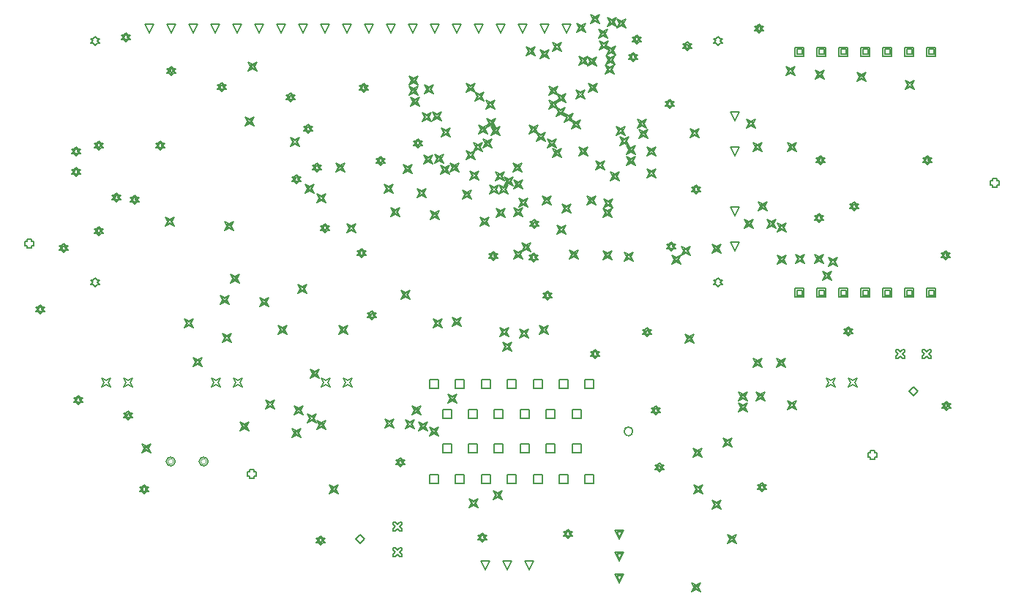
<source format=gbr>
%TF.GenerationSoftware,Altium Limited,Altium Designer,18.1.9 (240)*%
G04 Layer_Color=2752767*
%FSLAX26Y26*%
%MOIN*%
%TF.FileFunction,Drawing*%
%TF.Part,Single*%
G01*
G75*
%TA.AperFunction,NonConductor*%
%ADD116C,0.005000*%
%ADD117C,0.006667*%
%ADD118C,0.004000*%
D116*
X1969921Y136890D02*
Y176890D01*
X2009921D01*
Y136890D01*
X1969921D01*
X2088032D02*
Y176890D01*
X2128032D01*
Y136890D01*
X2088032D01*
X2206142D02*
Y176890D01*
X2246142D01*
Y136890D01*
X2206142D01*
X2324252D02*
Y176890D01*
X2364252D01*
Y136890D01*
X2324252D01*
X2442362D02*
Y176890D01*
X2482362D01*
Y136890D01*
X2442362D01*
X2560472D02*
Y176890D01*
X2600472D01*
Y136890D01*
X2560472D01*
X2678583D02*
Y176890D01*
X2718583D01*
Y136890D01*
X2678583D01*
X2028976Y274685D02*
Y314685D01*
X2068976D01*
Y274685D01*
X2028976D01*
X2147087D02*
Y314685D01*
X2187087D01*
Y274685D01*
X2147087D01*
X2265197D02*
Y314685D01*
X2305197D01*
Y274685D01*
X2265197D01*
X2383307D02*
Y314685D01*
X2423307D01*
Y274685D01*
X2383307D01*
X2501417D02*
Y314685D01*
X2541417D01*
Y274685D01*
X2501417D01*
X2619528D02*
Y314685D01*
X2659528D01*
Y274685D01*
X2619528D01*
X2028976Y432165D02*
Y472165D01*
X2068976D01*
Y432165D01*
X2028976D01*
X2147087D02*
Y472165D01*
X2187087D01*
Y432165D01*
X2147087D01*
X2265197D02*
Y472165D01*
X2305197D01*
Y432165D01*
X2265197D01*
X2383307D02*
Y472165D01*
X2423307D01*
Y432165D01*
X2383307D01*
X2501417D02*
Y472165D01*
X2541417D01*
Y432165D01*
X2501417D01*
X2619528D02*
Y472165D01*
X2659528D01*
Y432165D01*
X2619528D01*
X1969921Y569961D02*
Y609961D01*
X2009921D01*
Y569961D01*
X1969921D01*
X2088032D02*
Y609961D01*
X2128032D01*
Y569961D01*
X2088032D01*
X2206142D02*
Y609961D01*
X2246142D01*
Y569961D01*
X2206142D01*
X2324252D02*
Y609961D01*
X2364252D01*
Y569961D01*
X2324252D01*
X2442362D02*
Y609961D01*
X2482362D01*
Y569961D01*
X2442362D01*
X2560472D02*
Y609961D01*
X2600472D01*
Y569961D01*
X2560472D01*
X2678583D02*
Y609961D01*
X2718583D01*
Y569961D01*
X2678583D01*
X692284Y2189646D02*
X672284Y2229646D01*
X712284D01*
X692284Y2189646D01*
X792284D02*
X772284Y2229646D01*
X812284D01*
X792284Y2189646D01*
X892284D02*
X872284Y2229646D01*
X912284D01*
X892284Y2189646D01*
X992284D02*
X972284Y2229646D01*
X1012284D01*
X992284Y2189646D01*
X1092284D02*
X1072284Y2229646D01*
X1112284D01*
X1092284Y2189646D01*
X1192284D02*
X1172284Y2229646D01*
X1212284D01*
X1192284Y2189646D01*
X1292284D02*
X1272284Y2229646D01*
X1312284D01*
X1292284Y2189646D01*
X1392284D02*
X1372284Y2229646D01*
X1412284D01*
X1392284Y2189646D01*
X1492284D02*
X1472284Y2229646D01*
X1512284D01*
X1492284Y2189646D01*
X1592284D02*
X1572284Y2229646D01*
X1612284D01*
X1592284Y2189646D01*
X1692284D02*
X1672284Y2229646D01*
X1712284D01*
X1692284Y2189646D01*
X1792284D02*
X1772284Y2229646D01*
X1812284D01*
X1792284Y2189646D01*
X1892284D02*
X1872284Y2229646D01*
X1912284D01*
X1892284Y2189646D01*
X1992284D02*
X1972284Y2229646D01*
X2012284D01*
X1992284Y2189646D01*
X2092284D02*
X2072284Y2229646D01*
X2112284D01*
X2092284Y2189646D01*
X2192284D02*
X2172284Y2229646D01*
X2212284D01*
X2192284Y2189646D01*
X2292284D02*
X2272284Y2229646D01*
X2312284D01*
X2292284Y2189646D01*
X2392284D02*
X2372284Y2229646D01*
X2412284D01*
X2392284Y2189646D01*
X2492284D02*
X2472284Y2229646D01*
X2512284D01*
X2492284Y2189646D01*
X2592284D02*
X2572284Y2229646D01*
X2612284D01*
X2592284Y2189646D01*
X448189Y2134528D02*
X458189Y2144528D01*
X468189D01*
X458189Y2154528D01*
X468189Y2164528D01*
X458189D01*
X448189Y2174528D01*
X438189Y2164528D01*
X428189D01*
X438189Y2154528D01*
X428189Y2144528D01*
X438189D01*
X448189Y2134528D01*
X3282835D02*
X3292835Y2144528D01*
X3302835D01*
X3292835Y2154528D01*
X3302835Y2164528D01*
X3292835D01*
X3282835Y2174528D01*
X3272835Y2164528D01*
X3262835D01*
X3272835Y2154528D01*
X3262835Y2144528D01*
X3272835D01*
X3282835Y2134528D01*
Y1032165D02*
X3292835Y1042165D01*
X3302835D01*
X3292835Y1052165D01*
X3302835Y1062165D01*
X3292835D01*
X3282835Y1072165D01*
X3272835Y1062165D01*
X3262835D01*
X3272835Y1052165D01*
X3262835Y1042165D01*
X3272835D01*
X3282835Y1032165D01*
X448189D02*
X458189Y1042165D01*
X468189D01*
X458189Y1052165D01*
X468189Y1062165D01*
X458189D01*
X448189Y1072165D01*
X438189Y1062165D01*
X428189D01*
X438189Y1052165D01*
X428189Y1042165D01*
X438189D01*
X448189Y1032165D01*
X3361575Y1788071D02*
X3341575Y1828071D01*
X3381575D01*
X3361575Y1788071D01*
Y1197520D02*
X3341575Y1237520D01*
X3381575D01*
X3361575Y1197520D01*
Y1355000D02*
X3341575Y1395000D01*
X3381575D01*
X3361575Y1355000D01*
Y1630591D02*
X3341575Y1670591D01*
X3381575D01*
X3361575Y1630591D01*
X3775984Y577362D02*
X3785984Y597362D01*
X3775984Y617362D01*
X3795984Y607362D01*
X3815984Y617362D01*
X3805984Y597362D01*
X3815984Y577362D01*
X3795984Y587362D01*
X3775984Y577362D01*
X3875984D02*
X3885984Y597362D01*
X3875984Y617362D01*
X3895984Y607362D01*
X3915984Y617362D01*
X3905984Y597362D01*
X3915984Y577362D01*
X3895984Y587362D01*
X3875984Y577362D01*
X4533307Y1497874D02*
Y1487874D01*
X4553307D01*
Y1497874D01*
X4563307D01*
Y1517874D01*
X4553307D01*
Y1527874D01*
X4533307D01*
Y1517874D01*
X4523307D01*
Y1497874D01*
X4533307D01*
X4212283Y705197D02*
X4222283D01*
X4232283Y715197D01*
X4242283Y705197D01*
X4252283D01*
Y715197D01*
X4242283Y725197D01*
X4252283Y735197D01*
Y745197D01*
X4242283D01*
X4232283Y735197D01*
X4222283Y745197D01*
X4212283D01*
Y735197D01*
X4222283Y725197D01*
X4212283Y715197D01*
Y705197D01*
X4094173D02*
X4104173D01*
X4114173Y715197D01*
X4124173Y705197D01*
X4134173D01*
Y715197D01*
X4124173Y725197D01*
X4134173Y735197D01*
Y745197D01*
X4124173D01*
X4114173Y735197D01*
X4104173Y745197D01*
X4094173D01*
Y735197D01*
X4104173Y725197D01*
X4094173Y715197D01*
Y705197D01*
X4153228Y555118D02*
X4173228Y575118D01*
X4193228Y555118D01*
X4173228Y535118D01*
X4153228Y555118D01*
X1803622Y-197165D02*
X1813622D01*
X1823622Y-187165D01*
X1833622Y-197165D01*
X1843622D01*
Y-187165D01*
X1833622Y-177165D01*
X1843622Y-167165D01*
Y-157165D01*
X1833622D01*
X1823622Y-167165D01*
X1813622Y-157165D01*
X1803622D01*
Y-167165D01*
X1813622Y-177165D01*
X1803622Y-187165D01*
Y-197165D01*
Y-79055D02*
X1813622D01*
X1823622Y-69055D01*
X1833622Y-79055D01*
X1843622D01*
Y-69055D01*
X1833622Y-59055D01*
X1843622Y-49055D01*
Y-39055D01*
X1833622D01*
X1823622Y-49055D01*
X1813622Y-39055D01*
X1803622D01*
Y-49055D01*
X1813622Y-59055D01*
X1803622Y-69055D01*
Y-79055D01*
X1633543Y-118110D02*
X1653543Y-98110D01*
X1673543Y-118110D01*
X1653543Y-138110D01*
X1633543Y-118110D01*
X3634449Y985512D02*
Y1025512D01*
X3674449D01*
Y985512D01*
X3634449D01*
X3642449Y993512D02*
Y1017512D01*
X3666449D01*
Y993512D01*
X3642449D01*
X3734449Y985512D02*
Y1025512D01*
X3774449D01*
Y985512D01*
X3734449D01*
X3742449Y993512D02*
Y1017512D01*
X3766449D01*
Y993512D01*
X3742449D01*
X3834449Y985512D02*
Y1025512D01*
X3874449D01*
Y985512D01*
X3834449D01*
X3842449Y993512D02*
Y1017512D01*
X3866449D01*
Y993512D01*
X3842449D01*
X3934449Y985512D02*
Y1025512D01*
X3974449D01*
Y985512D01*
X3934449D01*
X3942449Y993512D02*
Y1017512D01*
X3966449D01*
Y993512D01*
X3942449D01*
X4034449Y985512D02*
Y1025512D01*
X4074449D01*
Y985512D01*
X4034449D01*
X4042449Y993512D02*
Y1017512D01*
X4066449D01*
Y993512D01*
X4042449D01*
X4134449Y985512D02*
Y1025512D01*
X4174449D01*
Y985512D01*
X4134449D01*
X4142449Y993512D02*
Y1017512D01*
X4166449D01*
Y993512D01*
X4142449D01*
X4234449Y985512D02*
Y1025512D01*
X4274449D01*
Y985512D01*
X4234449D01*
X4242449Y993512D02*
Y1017512D01*
X4266449D01*
Y993512D01*
X4242449D01*
X4234449Y2083937D02*
Y2123937D01*
X4274449D01*
Y2083937D01*
X4234449D01*
X4242449Y2091937D02*
Y2115937D01*
X4266449D01*
Y2091937D01*
X4242449D01*
X4134449Y2083937D02*
Y2123937D01*
X4174449D01*
Y2083937D01*
X4134449D01*
X4142449Y2091937D02*
Y2115937D01*
X4166449D01*
Y2091937D01*
X4142449D01*
X4034449Y2083937D02*
Y2123937D01*
X4074449D01*
Y2083937D01*
X4034449D01*
X4042449Y2091937D02*
Y2115937D01*
X4066449D01*
Y2091937D01*
X4042449D01*
X3934449Y2083937D02*
Y2123937D01*
X3974449D01*
Y2083937D01*
X3934449D01*
X3942449Y2091937D02*
Y2115937D01*
X3966449D01*
Y2091937D01*
X3942449D01*
X3834449Y2083937D02*
Y2123937D01*
X3874449D01*
Y2083937D01*
X3834449D01*
X3842449Y2091937D02*
Y2115937D01*
X3866449D01*
Y2091937D01*
X3842449D01*
X3734449Y2083937D02*
Y2123937D01*
X3774449D01*
Y2083937D01*
X3734449D01*
X3742449Y2091937D02*
Y2115937D01*
X3766449D01*
Y2091937D01*
X3742449D01*
X3634449Y2083937D02*
Y2123937D01*
X3674449D01*
Y2083937D01*
X3634449D01*
X3642449Y2091937D02*
Y2115937D01*
X3666449D01*
Y2091937D01*
X3642449D01*
X1151614Y168150D02*
Y158150D01*
X1171614D01*
Y168150D01*
X1181614D01*
Y188150D01*
X1171614D01*
Y198150D01*
X1151614D01*
Y188150D01*
X1141614D01*
Y168150D01*
X1151614D01*
X137441Y1218740D02*
Y1208740D01*
X157441D01*
Y1218740D01*
X167441D01*
Y1238740D01*
X157441D01*
Y1248740D01*
X137441D01*
Y1238740D01*
X127441D01*
Y1218740D01*
X137441D01*
X3977008Y256142D02*
Y246142D01*
X3997008D01*
Y256142D01*
X4007008D01*
Y276142D01*
X3997008D01*
Y286142D01*
X3977008D01*
Y276142D01*
X3967008D01*
Y256142D01*
X3977008D01*
X2834646Y-216850D02*
X2814646Y-176850D01*
X2854646D01*
X2834646Y-216850D01*
Y-208850D02*
X2822646Y-184850D01*
X2846646D01*
X2834646Y-208850D01*
Y-116850D02*
X2814646Y-76850D01*
X2854646D01*
X2834646Y-116850D01*
Y-108850D02*
X2822646Y-84850D01*
X2846646D01*
X2834646Y-108850D01*
Y-316850D02*
X2814646Y-276850D01*
X2854646D01*
X2834646Y-316850D01*
Y-308850D02*
X2822646Y-284850D01*
X2846646D01*
X2834646Y-308850D01*
X2222835Y-256221D02*
X2202835Y-216220D01*
X2242835D01*
X2222835Y-256221D01*
X2322835D02*
X2302835Y-216220D01*
X2342835D01*
X2322835Y-256221D01*
X2422835D02*
X2402835Y-216220D01*
X2442835D01*
X2422835Y-256221D01*
X1575984Y577362D02*
X1585984Y597362D01*
X1575984Y617362D01*
X1595984Y607362D01*
X1615984Y617362D01*
X1605984Y597362D01*
X1615984Y577362D01*
X1595984Y587362D01*
X1575984Y577362D01*
X1475984D02*
X1485984Y597362D01*
X1475984Y617362D01*
X1495984Y607362D01*
X1515984Y617362D01*
X1505984Y597362D01*
X1515984Y577362D01*
X1495984Y587362D01*
X1475984Y577362D01*
X1075984D02*
X1085984Y597362D01*
X1075984Y617362D01*
X1095984Y607362D01*
X1115984Y617362D01*
X1105984Y597362D01*
X1115984Y577362D01*
X1095984Y587362D01*
X1075984Y577362D01*
X975984D02*
X985984Y597362D01*
X975984Y617362D01*
X995984Y607362D01*
X1015984Y617362D01*
X1005984Y597362D01*
X1015984Y577362D01*
X995984Y587362D01*
X975984Y577362D01*
X575984D02*
X585984Y597362D01*
X575984Y617362D01*
X595984Y607362D01*
X615984Y617362D01*
X605984Y597362D01*
X615984Y577362D01*
X595984Y587362D01*
X575984Y577362D01*
X475984D02*
X485984Y597362D01*
X475984Y617362D01*
X495984Y607362D01*
X515984Y617362D01*
X505984Y597362D01*
X515984Y577362D01*
X495984Y587362D01*
X475984Y577362D01*
X360748Y1537126D02*
X370748Y1547126D01*
X380748D01*
X370748Y1557126D01*
X380748Y1567126D01*
X370748D01*
X360748Y1577126D01*
X350748Y1567126D01*
X340748D01*
X350748Y1557126D01*
X340748Y1547126D01*
X350748D01*
X360748Y1537126D01*
Y1545126D02*
X366748Y1551126D01*
X372748D01*
X366748Y1557126D01*
X372748Y1563126D01*
X366748D01*
X360748Y1569126D01*
X354748Y1563126D01*
X348748D01*
X354748Y1557126D01*
X348748Y1551126D01*
X354748D01*
X360748Y1545126D01*
X545276Y1419961D02*
X555276Y1429961D01*
X565276D01*
X555276Y1439961D01*
X565276Y1449961D01*
X555276D01*
X545276Y1459961D01*
X535276Y1449961D01*
X525276D01*
X535276Y1439961D01*
X525276Y1429961D01*
X535276D01*
X545276Y1419961D01*
Y1427961D02*
X551276Y1433961D01*
X557276D01*
X551276Y1439961D01*
X557276Y1445961D01*
X551276D01*
X545276Y1451961D01*
X539276Y1445961D01*
X533276D01*
X539276Y1439961D01*
X533276Y1433961D01*
X539276D01*
X545276Y1427961D01*
X360748Y1629094D02*
X370748Y1639094D01*
X380748D01*
X370748Y1649094D01*
X380748Y1659094D01*
X370748D01*
X360748Y1669094D01*
X350748Y1659094D01*
X340748D01*
X350748Y1649094D01*
X340748Y1639094D01*
X350748D01*
X360748Y1629094D01*
Y1637094D02*
X366748Y1643094D01*
X372748D01*
X366748Y1649094D01*
X372748Y1655094D01*
X366748D01*
X360748Y1661094D01*
X354748Y1655094D01*
X348748D01*
X354748Y1649094D01*
X348748Y1643094D01*
X354748D01*
X360748Y1637094D01*
X464567Y1267520D02*
X474567Y1277520D01*
X484567D01*
X474567Y1287520D01*
X484567Y1297520D01*
X474567D01*
X464567Y1307520D01*
X454567Y1297520D01*
X444567D01*
X454567Y1287520D01*
X444567Y1277520D01*
X454567D01*
X464567Y1267520D01*
Y1275520D02*
X470567Y1281520D01*
X476567D01*
X470567Y1287520D01*
X476567Y1293520D01*
X470567D01*
X464567Y1299520D01*
X458567Y1293520D01*
X452567D01*
X458567Y1287520D01*
X452567Y1281520D01*
X458567D01*
X464567Y1275520D01*
Y1657402D02*
X474567Y1667402D01*
X484567D01*
X474567Y1677402D01*
X484567Y1687402D01*
X474567D01*
X464567Y1697402D01*
X454567Y1687402D01*
X444567D01*
X454567Y1677402D01*
X444567Y1667402D01*
X454567D01*
X464567Y1657402D01*
Y1665402D02*
X470567Y1671402D01*
X476567D01*
X470567Y1677402D01*
X476567Y1683402D01*
X470567D01*
X464567Y1689402D01*
X458567Y1683402D01*
X452567D01*
X458567Y1677402D01*
X452567Y1671402D01*
X458567D01*
X464567Y1665402D01*
X3468621Y1378642D02*
X3478621Y1398642D01*
X3468621Y1418642D01*
X3488621Y1408642D01*
X3508621Y1418642D01*
X3498621Y1398642D01*
X3508621Y1378642D01*
X3488621Y1388642D01*
X3468621Y1378642D01*
X3476621Y1386642D02*
X3482621Y1398642D01*
X3476621Y1410642D01*
X3488621Y1404642D01*
X3500621Y1410642D01*
X3494621Y1398642D01*
X3500621Y1386642D01*
X3488621Y1392642D01*
X3476621Y1386642D01*
X1456249Y1417008D02*
X1466249Y1437008D01*
X1456249Y1457008D01*
X1476249Y1447008D01*
X1496249Y1457008D01*
X1486249Y1437008D01*
X1496249Y1417008D01*
X1476249Y1427008D01*
X1456249Y1417008D01*
X1464249Y1425008D02*
X1470249Y1437008D01*
X1464249Y1449008D01*
X1476249Y1443008D01*
X1488249Y1449008D01*
X1482249Y1437008D01*
X1488249Y1425008D01*
X1476249Y1431008D01*
X1464249Y1425008D01*
X1917323Y1667913D02*
X1927323Y1677913D01*
X1937323D01*
X1927323Y1687913D01*
X1937323Y1697913D01*
X1927323D01*
X1917323Y1707913D01*
X1907323Y1697913D01*
X1897323D01*
X1907323Y1687913D01*
X1897323Y1677913D01*
X1907323D01*
X1917323Y1667913D01*
Y1675913D02*
X1923323Y1681913D01*
X1929323D01*
X1923323Y1687913D01*
X1929323Y1693913D01*
X1923323D01*
X1917323Y1699913D01*
X1911323Y1693913D01*
X1905323D01*
X1911323Y1687913D01*
X1905323Y1681913D01*
X1911323D01*
X1917323Y1675913D01*
X2350074Y1554800D02*
X2360074Y1574800D01*
X2350074Y1594800D01*
X2370074Y1584800D01*
X2390074Y1594800D01*
X2380074Y1574800D01*
X2390074Y1554800D01*
X2370074Y1564800D01*
X2350074Y1554800D01*
X2358074Y1562800D02*
X2364074Y1574800D01*
X2358074Y1586800D01*
X2370074Y1580800D01*
X2382074Y1586800D01*
X2376074Y1574800D01*
X2382074Y1562800D01*
X2370074Y1568800D01*
X2358074Y1562800D01*
X1661417Y1167109D02*
X1671417Y1177109D01*
X1681417D01*
X1671417Y1187109D01*
X1681417Y1197109D01*
X1671417D01*
X1661417Y1207109D01*
X1651417Y1197109D01*
X1641417D01*
X1651417Y1187109D01*
X1641417Y1177109D01*
X1651417D01*
X1661417Y1167109D01*
Y1175109D02*
X1667417Y1181109D01*
X1673417D01*
X1667417Y1187109D01*
X1673417Y1193109D01*
X1667417D01*
X1661417Y1199109D01*
X1655417Y1193109D01*
X1649417D01*
X1655417Y1187109D01*
X1649417Y1181109D01*
X1655417D01*
X1661417Y1175109D01*
X1708661Y881575D02*
X1718661Y891575D01*
X1728661D01*
X1718661Y901575D01*
X1728661Y911575D01*
X1718661D01*
X1708661Y921575D01*
X1698661Y911575D01*
X1688661D01*
X1698661Y901575D01*
X1688661Y891575D01*
X1698661D01*
X1708661Y881575D01*
Y889575D02*
X1714661Y895575D01*
X1720661D01*
X1714661Y901575D01*
X1720661Y907575D01*
X1714661D01*
X1708661Y913575D01*
X1702661Y907575D01*
X1696661D01*
X1702661Y901575D01*
X1696661Y895575D01*
X1702661D01*
X1708661Y889575D01*
X1860229Y386481D02*
X1870229Y406481D01*
X1860229Y426481D01*
X1880229Y416481D01*
X1900229Y426481D01*
X1890229Y406481D01*
X1900229Y386481D01*
X1880229Y396481D01*
X1860229Y386481D01*
X1868229Y394481D02*
X1874229Y406481D01*
X1868229Y418481D01*
X1880229Y412481D01*
X1892229Y418481D01*
X1886229Y406481D01*
X1892229Y394481D01*
X1880229Y400481D01*
X1868229Y394481D01*
X1224094Y476063D02*
X1234094Y496063D01*
X1224094Y516063D01*
X1244094Y506063D01*
X1264094Y516063D01*
X1254094Y496063D01*
X1264094Y476063D01*
X1244094Y486063D01*
X1224094Y476063D01*
X1232094Y484063D02*
X1238094Y496063D01*
X1232094Y508063D01*
X1244094Y502063D01*
X1256094Y508063D01*
X1250094Y496063D01*
X1256094Y484063D01*
X1244094Y490063D01*
X1232094Y484063D01*
X893386Y668976D02*
X903386Y688976D01*
X893386Y708976D01*
X913386Y698976D01*
X933386Y708976D01*
X923386Y688976D01*
X933386Y668976D01*
X913386Y678976D01*
X893386Y668976D01*
X901386Y676976D02*
X907386Y688976D01*
X901386Y700976D01*
X913386Y694976D01*
X925386Y700976D01*
X919386Y688976D01*
X925386Y676976D01*
X913386Y682976D01*
X901386Y676976D01*
X3117795Y1175507D02*
X3127795Y1195507D01*
X3117795Y1215507D01*
X3137795Y1205507D01*
X3157795Y1215507D01*
X3147795Y1195507D01*
X3157795Y1175507D01*
X3137795Y1185507D01*
X3117795Y1175507D01*
X3125795Y1183507D02*
X3131795Y1195507D01*
X3125795Y1207507D01*
X3137795Y1201507D01*
X3149795Y1207507D01*
X3143795Y1195507D01*
X3149795Y1183507D01*
X3137795Y1189507D01*
X3125795Y1183507D01*
X3255591Y1187399D02*
X3265591Y1207399D01*
X3255591Y1227399D01*
X3275591Y1217399D01*
X3295591Y1227399D01*
X3285591Y1207399D01*
X3295591Y1187399D01*
X3275591Y1197399D01*
X3255591Y1187399D01*
X3263591Y1195399D02*
X3269591Y1207399D01*
X3263591Y1219399D01*
X3275591Y1213399D01*
X3287591Y1219399D01*
X3281591Y1207399D01*
X3287591Y1195399D01*
X3275591Y1201399D01*
X3263591Y1195399D01*
X2724409Y706517D02*
X2734409Y716517D01*
X2744409D01*
X2734409Y726517D01*
X2744409Y736517D01*
X2734409D01*
X2724409Y746517D01*
X2714409Y736517D01*
X2704409D01*
X2714409Y726517D01*
X2704409Y716517D01*
X2714409D01*
X2724409Y706517D01*
Y714517D02*
X2730409Y720517D01*
X2736409D01*
X2730409Y726517D01*
X2736409Y732517D01*
X2730409D01*
X2724409Y738517D01*
X2718409Y732517D01*
X2712409D01*
X2718409Y726517D01*
X2712409Y720517D01*
X2718409D01*
X2724409Y714517D01*
X2962199Y804961D02*
X2972199Y814961D01*
X2982199D01*
X2972199Y824961D01*
X2982199Y834961D01*
X2972199D01*
X2962199Y844961D01*
X2952199Y834961D01*
X2942199D01*
X2952199Y824961D01*
X2942199Y814961D01*
X2952199D01*
X2962199Y804961D01*
Y812961D02*
X2968199Y818961D01*
X2974199D01*
X2968199Y824961D01*
X2974199Y830961D01*
X2968199D01*
X2962199Y836961D01*
X2956199Y830961D01*
X2950199D01*
X2956199Y824961D01*
X2950199Y818961D01*
X2956199D01*
X2962199Y812961D01*
X2259370Y1152480D02*
X2269370Y1162480D01*
X2279370D01*
X2269370Y1172480D01*
X2279370Y1182480D01*
X2269370D01*
X2259370Y1192480D01*
X2249370Y1182480D01*
X2239370D01*
X2249370Y1172480D01*
X2239370Y1162480D01*
X2249370D01*
X2259370Y1152480D01*
Y1160480D02*
X2265370Y1166480D01*
X2271370D01*
X2265370Y1172480D01*
X2271370Y1178480D01*
X2265370D01*
X2259370Y1184480D01*
X2253370Y1178480D01*
X2247370D01*
X2253370Y1172480D01*
X2247370Y1166480D01*
X2253370D01*
X2259370Y1160480D01*
X2507711Y972126D02*
X2517711Y982126D01*
X2527711D01*
X2517711Y992126D01*
X2527711Y1002126D01*
X2517711D01*
X2507711Y1012126D01*
X2497711Y1002126D01*
X2487711D01*
X2497711Y992126D01*
X2487711Y982126D01*
X2497711D01*
X2507711Y972126D01*
Y980126D02*
X2513711Y986126D01*
X2519711D01*
X2513711Y992126D01*
X2519711Y998126D01*
X2513711D01*
X2507711Y1004126D01*
X2501711Y998126D01*
X2495711D01*
X2501711Y992126D01*
X2495711Y986126D01*
X2501711D01*
X2507711Y980126D01*
X1992796Y1595618D02*
X2002796Y1615618D01*
X1992796Y1635618D01*
X2012796Y1625618D01*
X2032796Y1635618D01*
X2022796Y1615618D01*
X2032796Y1595618D01*
X2012796Y1605618D01*
X1992796Y1595618D01*
X2000796Y1603618D02*
X2006796Y1615618D01*
X2000796Y1627618D01*
X2012796Y1621618D01*
X2024796Y1627618D01*
X2018796Y1615618D01*
X2024796Y1603618D01*
X2012796Y1609618D01*
X2000796Y1603618D01*
X1794961Y1352695D02*
X1804961Y1372695D01*
X1794961Y1392695D01*
X1814961Y1382695D01*
X1834961Y1392695D01*
X1824961Y1372695D01*
X1834961Y1352695D01*
X1814961Y1362695D01*
X1794961Y1352695D01*
X1802961Y1360695D02*
X1808961Y1372695D01*
X1802961Y1384695D01*
X1814961Y1378695D01*
X1826961Y1384695D01*
X1820961Y1372695D01*
X1826961Y1360695D01*
X1814961Y1366695D01*
X1802961Y1360695D01*
X1973519Y1338268D02*
X1983519Y1358268D01*
X1973519Y1378268D01*
X1993519Y1368268D01*
X2013519Y1378268D01*
X2003519Y1358268D01*
X2013519Y1338268D01*
X1993519Y1348268D01*
X1973519Y1338268D01*
X1981519Y1346268D02*
X1987519Y1358268D01*
X1981519Y1370268D01*
X1993519Y1364268D01*
X2005519Y1370268D01*
X1999519Y1358268D01*
X2005519Y1346268D01*
X1993519Y1352268D01*
X1981519Y1346268D01*
X2119577Y1431526D02*
X2129577Y1451526D01*
X2119577Y1471526D01*
X2139577Y1461526D01*
X2159577Y1471526D01*
X2149577Y1451526D01*
X2159577Y1431526D01*
X2139577Y1441526D01*
X2119577Y1431526D01*
X2127577Y1439526D02*
X2133577Y1451526D01*
X2127577Y1463526D01*
X2139577Y1457526D01*
X2151577Y1463526D01*
X2145577Y1451526D01*
X2151577Y1439526D01*
X2139577Y1445526D01*
X2127577Y1439526D01*
X1494402Y1280706D02*
X1504402Y1290706D01*
X1514402D01*
X1504402Y1300706D01*
X1514402Y1310706D01*
X1504402D01*
X1494402Y1320706D01*
X1484402Y1310706D01*
X1474402D01*
X1484402Y1300706D01*
X1474402Y1290706D01*
X1484402D01*
X1494402Y1280706D01*
Y1288706D02*
X1500402Y1294706D01*
X1506402D01*
X1500402Y1300706D01*
X1506402Y1306706D01*
X1500402D01*
X1494402Y1312706D01*
X1488402Y1306706D01*
X1482402D01*
X1488402Y1300706D01*
X1482402Y1294706D01*
X1488402D01*
X1494402Y1288706D01*
X1748032Y1587447D02*
X1758032Y1597447D01*
X1768032D01*
X1758032Y1607447D01*
X1768032Y1617447D01*
X1758032D01*
X1748032Y1627447D01*
X1738032Y1617447D01*
X1728032D01*
X1738032Y1607447D01*
X1728032Y1597447D01*
X1738032D01*
X1748032Y1587447D01*
Y1595447D02*
X1754032Y1601447D01*
X1760032D01*
X1754032Y1607447D01*
X1760032Y1613447D01*
X1754032D01*
X1748032Y1619447D01*
X1742032Y1613447D01*
X1736032D01*
X1742032Y1607447D01*
X1736032Y1601447D01*
X1742032D01*
X1748032Y1595447D01*
X1337072Y1672913D02*
X1347072Y1692913D01*
X1337072Y1712913D01*
X1357072Y1702913D01*
X1377072Y1712913D01*
X1367072Y1692913D01*
X1377072Y1672913D01*
X1357072Y1682913D01*
X1337072Y1672913D01*
X1345072Y1680913D02*
X1351072Y1692913D01*
X1345072Y1704913D01*
X1357072Y1698913D01*
X1369072Y1704913D01*
X1363072Y1692913D01*
X1369072Y1680913D01*
X1357072Y1686913D01*
X1345072Y1680913D01*
X1129606Y1767402D02*
X1139606Y1787402D01*
X1129606Y1807402D01*
X1149606Y1797402D01*
X1169606Y1807402D01*
X1159606Y1787402D01*
X1169606Y1767402D01*
X1149606Y1777402D01*
X1129606Y1767402D01*
X1137606Y1775402D02*
X1143606Y1787402D01*
X1137606Y1799402D01*
X1149606Y1793402D01*
X1161606Y1799402D01*
X1155606Y1787402D01*
X1161606Y1775402D01*
X1149606Y1781402D01*
X1137606Y1775402D01*
X1037721Y1288164D02*
X1047721Y1308164D01*
X1037721Y1328164D01*
X1057721Y1318164D01*
X1077721Y1328164D01*
X1067721Y1308164D01*
X1077721Y1288164D01*
X1057721Y1298164D01*
X1037721Y1288164D01*
X1045721Y1296164D02*
X1051721Y1308164D01*
X1045721Y1320164D01*
X1057721Y1314164D01*
X1069721Y1320164D01*
X1063721Y1308164D01*
X1069721Y1296164D01*
X1057721Y1302164D01*
X1045721Y1296164D01*
X1669291Y1919449D02*
X1679291Y1929449D01*
X1689291D01*
X1679291Y1939449D01*
X1689291Y1949449D01*
X1679291D01*
X1669291Y1959449D01*
X1659291Y1949449D01*
X1649291D01*
X1659291Y1939449D01*
X1649291Y1929449D01*
X1659291D01*
X1669291Y1919449D01*
Y1927449D02*
X1675291Y1933449D01*
X1681291D01*
X1675291Y1939449D01*
X1681291Y1945449D01*
X1675291D01*
X1669291Y1951449D01*
X1663291Y1945449D01*
X1657291D01*
X1663291Y1939449D01*
X1657291Y1933449D01*
X1663291D01*
X1669291Y1927449D01*
X795276Y1997409D02*
X805276Y2007409D01*
X815276D01*
X805276Y2017409D01*
X815276Y2027409D01*
X805276D01*
X795276Y2037409D01*
X785276Y2027409D01*
X775276D01*
X785276Y2017409D01*
X775276Y2007409D01*
X785276D01*
X795276Y1997409D01*
Y2005409D02*
X801276Y2011409D01*
X807276D01*
X801276Y2017409D01*
X807276Y2023409D01*
X801276D01*
X795276Y2029409D01*
X789276Y2023409D01*
X783276D01*
X789276Y2017409D01*
X783276Y2011409D01*
X789276D01*
X795276Y2005409D01*
X586409Y2149291D02*
X596409Y2159291D01*
X606409D01*
X596409Y2169291D01*
X606409Y2179291D01*
X596409D01*
X586409Y2189291D01*
X576409Y2179291D01*
X566409D01*
X576409Y2169291D01*
X566409Y2159291D01*
X576409D01*
X586409Y2149291D01*
Y2157291D02*
X592409Y2163291D01*
X598409D01*
X592409Y2169291D01*
X598409Y2175291D01*
X592409D01*
X586409Y2181291D01*
X580409Y2175291D01*
X574409D01*
X580409Y2169291D01*
X574409Y2163291D01*
X580409D01*
X586409Y2157291D01*
X744095Y1657165D02*
X754095Y1667165D01*
X764095D01*
X754095Y1677165D01*
X764095Y1687165D01*
X754095D01*
X744095Y1697165D01*
X734095Y1687165D01*
X724095D01*
X734095Y1677165D01*
X724095Y1667165D01*
X734095D01*
X744095Y1657165D01*
Y1665165D02*
X750095Y1671165D01*
X756095D01*
X750095Y1677165D01*
X756095Y1683165D01*
X750095D01*
X744095Y1689165D01*
X738095Y1683165D01*
X732095D01*
X738095Y1677165D01*
X732095Y1671165D01*
X738095D01*
X744095Y1665165D01*
X625984Y1410276D02*
X635984Y1420276D01*
X645984D01*
X635984Y1430276D01*
X645984Y1440276D01*
X635984D01*
X625984Y1450276D01*
X615984Y1440276D01*
X605984D01*
X615984Y1430276D01*
X605984Y1420276D01*
X615984D01*
X625984Y1410276D01*
Y1418276D02*
X631984Y1424276D01*
X637984D01*
X631984Y1430276D01*
X637984Y1436276D01*
X631984D01*
X625984Y1442276D01*
X619984Y1436276D01*
X613984D01*
X619984Y1430276D01*
X613984Y1424276D01*
X619984D01*
X625984Y1418276D01*
X303150Y1188661D02*
X313150Y1198661D01*
X323150D01*
X313150Y1208661D01*
X323150Y1218661D01*
X313150D01*
X303150Y1228661D01*
X293150Y1218661D01*
X283150D01*
X293150Y1208661D01*
X283150Y1198661D01*
X293150D01*
X303150Y1188661D01*
Y1196661D02*
X309150Y1202661D01*
X315150D01*
X309150Y1208661D01*
X315150Y1214661D01*
X309150D01*
X303150Y1220661D01*
X297150Y1214661D01*
X291150D01*
X297150Y1208661D01*
X291150Y1202661D01*
X297150D01*
X303150Y1196661D01*
X196850Y909134D02*
X206850Y919134D01*
X216850D01*
X206850Y929134D01*
X216850Y939134D01*
X206850D01*
X196850Y949134D01*
X186850Y939134D01*
X176850D01*
X186850Y929134D01*
X176850Y919134D01*
X186850D01*
X196850Y909134D01*
Y917134D02*
X202850Y923134D01*
X208850D01*
X202850Y929134D01*
X208850Y935134D01*
X202850D01*
X196850Y941134D01*
X190850Y935134D01*
X184850D01*
X190850Y929134D01*
X184850Y923134D01*
X190850D01*
X196850Y917134D01*
X598425Y424882D02*
X608425Y434882D01*
X618425D01*
X608425Y444882D01*
X618425Y454882D01*
X608425D01*
X598425Y464882D01*
X588425Y454882D01*
X578425D01*
X588425Y444882D01*
X578425Y434882D01*
X588425D01*
X598425Y424882D01*
Y432882D02*
X604425Y438882D01*
X610425D01*
X604425Y444882D01*
X610425Y450882D01*
X604425D01*
X598425Y456882D01*
X592425Y450882D01*
X586425D01*
X592425Y444882D01*
X586425Y438882D01*
X592425D01*
X598425Y432882D01*
X370079Y495748D02*
X380079Y505748D01*
X390079D01*
X380079Y515748D01*
X390079Y525748D01*
X380079D01*
X370079Y535748D01*
X360079Y525748D01*
X350079D01*
X360079Y515748D01*
X350079Y505748D01*
X360079D01*
X370079Y495748D01*
Y503748D02*
X376079Y509748D01*
X382079D01*
X376079Y515748D01*
X382079Y521748D01*
X376079D01*
X370079Y527748D01*
X364079Y521748D01*
X358079D01*
X364079Y515748D01*
X358079Y509748D01*
X364079D01*
X370079Y503748D01*
X671009Y90236D02*
X681009Y100236D01*
X691009D01*
X681009Y110236D01*
X691009Y120236D01*
X681009D01*
X671009Y130236D01*
X661009Y120236D01*
X651009D01*
X661009Y110236D01*
X651009Y100236D01*
X661009D01*
X671009Y90236D01*
Y98236D02*
X677009Y104236D01*
X683009D01*
X677009Y110236D01*
X683009Y116236D01*
X677009D01*
X671009Y122236D01*
X665009Y116236D01*
X659009D01*
X665009Y110236D01*
X659009Y104236D01*
X665009D01*
X671009Y98236D01*
X1836510Y211449D02*
X1846510Y221449D01*
X1856510D01*
X1846510Y231449D01*
X1856510Y241449D01*
X1846510D01*
X1836510Y251449D01*
X1826510Y241449D01*
X1816510D01*
X1826510Y231449D01*
X1816510Y221449D01*
X1826510D01*
X1836510Y211449D01*
Y219449D02*
X1842510Y225449D01*
X1848510D01*
X1842510Y231449D01*
X1848510Y237449D01*
X1842510D01*
X1836510Y243449D01*
X1830510Y237449D01*
X1824510D01*
X1830510Y231449D01*
X1824510Y225449D01*
X1830510D01*
X1836510Y219449D01*
X1473267Y-142047D02*
X1483267Y-132047D01*
X1493267D01*
X1483267Y-122047D01*
X1493267Y-112047D01*
X1483267D01*
X1473267Y-102047D01*
X1463267Y-112047D01*
X1453267D01*
X1463267Y-122047D01*
X1453267Y-132047D01*
X1463267D01*
X1473267Y-142047D01*
Y-134047D02*
X1479267Y-128047D01*
X1485267D01*
X1479267Y-122047D01*
X1485267Y-116047D01*
X1479267D01*
X1473267Y-110047D01*
X1467267Y-116047D01*
X1461267D01*
X1467267Y-122047D01*
X1461267Y-128047D01*
X1467267D01*
X1473267Y-134047D01*
X2599952Y-114266D02*
X2609952Y-104266D01*
X2619952D01*
X2609952Y-94266D01*
X2619952Y-84266D01*
X2609952D01*
X2599952Y-74266D01*
X2589952Y-84266D01*
X2579952D01*
X2589952Y-94266D01*
X2579952Y-104266D01*
X2589952D01*
X2599952Y-114266D01*
Y-106266D02*
X2605952Y-100266D01*
X2611952D01*
X2605952Y-94266D01*
X2611952Y-88266D01*
X2605952D01*
X2599952Y-82266D01*
X2593952Y-88266D01*
X2587952D01*
X2593952Y-94266D01*
X2587952Y-100266D01*
X2593952D01*
X2599952Y-106266D01*
X2210103Y-130607D02*
X2220103Y-120608D01*
X2230103D01*
X2220103Y-110608D01*
X2230103Y-100608D01*
X2220103D01*
X2210103Y-90608D01*
X2200103Y-100608D01*
X2190103D01*
X2200103Y-110608D01*
X2190103Y-120608D01*
X2200103D01*
X2210103Y-130607D01*
Y-122608D02*
X2216103Y-116608D01*
X2222103D01*
X2216103Y-110608D01*
X2222103Y-104608D01*
X2216103D01*
X2210103Y-98608D01*
X2204103Y-104608D01*
X2198103D01*
X2204103Y-110608D01*
X2198103Y-116608D01*
X2204103D01*
X2210103Y-122608D01*
X3000000Y448504D02*
X3010000Y458504D01*
X3020000D01*
X3010000Y468504D01*
X3020000Y478504D01*
X3010000D01*
X3000000Y488504D01*
X2990000Y478504D01*
X2980000D01*
X2990000Y468504D01*
X2980000Y458504D01*
X2990000D01*
X3000000Y448504D01*
Y456504D02*
X3006000Y462504D01*
X3012000D01*
X3006000Y468504D01*
X3012000Y474504D01*
X3006000D01*
X3000000Y480504D01*
X2994000Y474504D01*
X2988000D01*
X2994000Y468504D01*
X2988000Y462504D01*
X2994000D01*
X3000000Y456504D01*
X3015748Y188661D02*
X3025748Y198661D01*
X3035748D01*
X3025748Y208661D01*
X3035748Y218661D01*
X3025748D01*
X3015748Y228661D01*
X3005748Y218661D01*
X2995748D01*
X3005748Y208661D01*
X2995748Y198661D01*
X3005748D01*
X3015748Y188661D01*
Y196661D02*
X3021748Y202661D01*
X3027748D01*
X3021748Y208661D01*
X3027748Y214661D01*
X3021748D01*
X3015748Y220661D01*
X3009748Y214661D01*
X3003748D01*
X3009748Y208661D01*
X3003748Y202661D01*
X3009748D01*
X3015748Y196661D01*
X3483554Y98110D02*
X3493554Y108110D01*
X3503554D01*
X3493554Y118110D01*
X3503554Y128110D01*
X3493554D01*
X3483554Y138110D01*
X3473554Y128110D01*
X3463554D01*
X3473554Y118110D01*
X3463554Y108110D01*
X3473554D01*
X3483554Y98110D01*
Y106110D02*
X3489554Y112110D01*
X3495554D01*
X3489554Y118110D01*
X3495554Y124110D01*
X3489554D01*
X3483554Y130110D01*
X3477554Y124110D01*
X3471554D01*
X3477554Y118110D01*
X3471554Y112110D01*
X3477554D01*
X3483554Y106110D01*
X4322835Y471011D02*
X4332835Y481011D01*
X4342835D01*
X4332835Y491011D01*
X4342835Y501011D01*
X4332835D01*
X4322835Y511011D01*
X4312835Y501011D01*
X4302835D01*
X4312835Y491011D01*
X4302835Y481011D01*
X4312835D01*
X4322835Y471011D01*
Y479011D02*
X4328835Y485011D01*
X4334835D01*
X4328835Y491011D01*
X4334835Y497011D01*
X4328835D01*
X4322835Y503011D01*
X4316835Y497011D01*
X4310835D01*
X4316835Y491011D01*
X4310835Y485011D01*
X4316835D01*
X4322835Y479011D01*
X3876249Y810709D02*
X3886249Y820709D01*
X3896249D01*
X3886249Y830709D01*
X3896249Y840709D01*
X3886249D01*
X3876249Y850709D01*
X3866249Y840709D01*
X3856249D01*
X3866249Y830709D01*
X3856249Y820709D01*
X3866249D01*
X3876249Y810709D01*
Y818709D02*
X3882249Y824709D01*
X3888249D01*
X3882249Y830709D01*
X3888249Y836709D01*
X3882249D01*
X3876249Y842709D01*
X3870249Y836709D01*
X3864249D01*
X3870249Y830709D01*
X3864249Y824709D01*
X3870249D01*
X3876249Y818709D01*
X4318898Y1156489D02*
X4328898Y1166489D01*
X4338898D01*
X4328898Y1176489D01*
X4338898Y1186489D01*
X4328898D01*
X4318898Y1196489D01*
X4308898Y1186489D01*
X4298898D01*
X4308898Y1176489D01*
X4298898Y1166489D01*
X4308898D01*
X4318898Y1156489D01*
Y1164489D02*
X4324898Y1170489D01*
X4330898D01*
X4324898Y1176489D01*
X4330898Y1182489D01*
X4324898D01*
X4318898Y1188489D01*
X4312898Y1182489D01*
X4306898D01*
X4312898Y1176489D01*
X4306898Y1170489D01*
X4312898D01*
X4318898Y1164489D01*
X4236221Y1590236D02*
X4246221Y1600236D01*
X4256221D01*
X4246221Y1610236D01*
X4256221Y1620236D01*
X4246221D01*
X4236221Y1630236D01*
X4226221Y1620236D01*
X4216221D01*
X4226221Y1610236D01*
X4216221Y1600236D01*
X4226221D01*
X4236221Y1590236D01*
Y1598236D02*
X4242221Y1604236D01*
X4248221D01*
X4242221Y1610236D01*
X4248221Y1616236D01*
X4242221D01*
X4236221Y1622236D01*
X4230221Y1616236D01*
X4224221D01*
X4230221Y1610236D01*
X4224221Y1604236D01*
X4230221D01*
X4236221Y1598236D01*
X3744095Y1326529D02*
X3754095Y1336529D01*
X3764095D01*
X3754095Y1346529D01*
X3764095Y1356529D01*
X3754095D01*
X3744095Y1366529D01*
X3734095Y1356529D01*
X3724095D01*
X3734095Y1346529D01*
X3724095Y1336529D01*
X3734095D01*
X3744095Y1326529D01*
Y1334529D02*
X3750095Y1340529D01*
X3756095D01*
X3750095Y1346529D01*
X3756095Y1352529D01*
X3750095D01*
X3744095Y1358529D01*
X3738095Y1352529D01*
X3732095D01*
X3738095Y1346529D01*
X3732095Y1340529D01*
X3738095D01*
X3744095Y1334529D01*
X3751811Y1590236D02*
X3761811Y1600236D01*
X3771811D01*
X3761811Y1610236D01*
X3771811Y1620236D01*
X3761811D01*
X3751811Y1630236D01*
X3741811Y1620236D01*
X3731811D01*
X3741811Y1610236D01*
X3731811Y1600236D01*
X3741811D01*
X3751811Y1590236D01*
Y1598236D02*
X3757811Y1604236D01*
X3763811D01*
X3757811Y1610236D01*
X3763811Y1616236D01*
X3757811D01*
X3751811Y1622236D01*
X3745811Y1616236D01*
X3739811D01*
X3745811Y1610236D01*
X3739811Y1604236D01*
X3745811D01*
X3751811Y1598236D01*
X3184886Y1455493D02*
X3194886Y1465493D01*
X3204886D01*
X3194886Y1475493D01*
X3204886Y1485493D01*
X3194886D01*
X3184886Y1495493D01*
X3174886Y1485493D01*
X3164886D01*
X3174886Y1475493D01*
X3164886Y1465493D01*
X3174886D01*
X3184886Y1455493D01*
Y1463493D02*
X3190886Y1469493D01*
X3196886D01*
X3190886Y1475493D01*
X3196886Y1481493D01*
X3190886D01*
X3184886Y1487493D01*
X3178886Y1481493D01*
X3172886D01*
X3178886Y1475493D01*
X3172886Y1469493D01*
X3178886D01*
X3184886Y1463493D01*
X3062992Y1846142D02*
X3072992Y1856142D01*
X3082992D01*
X3072992Y1866142D01*
X3082992Y1876142D01*
X3072992D01*
X3062992Y1886142D01*
X3052992Y1876142D01*
X3042992D01*
X3052992Y1866142D01*
X3042992Y1856142D01*
X3052992D01*
X3062992Y1846142D01*
Y1854142D02*
X3068992Y1860142D01*
X3074992D01*
X3068992Y1866142D01*
X3074992Y1872142D01*
X3068992D01*
X3062992Y1878142D01*
X3056992Y1872142D01*
X3050992D01*
X3056992Y1866142D01*
X3050992Y1860142D01*
X3056992D01*
X3062992Y1854142D01*
X3471850Y2190669D02*
X3481850Y2200669D01*
X3491850D01*
X3481850Y2210669D01*
X3491850Y2220669D01*
X3481850D01*
X3471850Y2230669D01*
X3461850Y2220669D01*
X3451850D01*
X3461850Y2210669D01*
X3451850Y2200669D01*
X3461850D01*
X3471850Y2190669D01*
Y2198669D02*
X3477850Y2204669D01*
X3483850D01*
X3477850Y2210669D01*
X3483850Y2216669D01*
X3477850D01*
X3471850Y2222669D01*
X3465850Y2216669D01*
X3459850D01*
X3465850Y2210669D01*
X3459850Y2204669D01*
X3465850D01*
X3471850Y2198669D01*
X3142795Y2108494D02*
X3152795Y2118494D01*
X3162795D01*
X3152795Y2128494D01*
X3162795Y2138494D01*
X3152795D01*
X3142795Y2148494D01*
X3132795Y2138494D01*
X3122795D01*
X3132795Y2128494D01*
X3122795Y2118494D01*
X3132795D01*
X3142795Y2108494D01*
Y2116494D02*
X3148795Y2122494D01*
X3154795D01*
X3148795Y2128494D01*
X3154795Y2134494D01*
X3148795D01*
X3142795Y2140494D01*
X3136795Y2134494D01*
X3130795D01*
X3136795Y2128494D01*
X3130795Y2122494D01*
X3136795D01*
X3142795Y2116494D01*
X2912992Y2140709D02*
X2922992Y2150709D01*
X2932992D01*
X2922992Y2160709D01*
X2932992Y2170709D01*
X2922992D01*
X2912992Y2180709D01*
X2902992Y2170709D01*
X2892992D01*
X2902992Y2160709D01*
X2892992Y2150709D01*
X2902992D01*
X2912992Y2140709D01*
Y2148709D02*
X2918992Y2154709D01*
X2924992D01*
X2918992Y2160709D01*
X2924992Y2166709D01*
X2918992D01*
X2912992Y2172709D01*
X2906992Y2166709D01*
X2900992D01*
X2906992Y2160709D01*
X2900992Y2154709D01*
X2906992D01*
X2912992Y2148709D01*
X2531022Y2105984D02*
X2541022Y2125984D01*
X2531022Y2145984D01*
X2551022Y2135984D01*
X2571022Y2145984D01*
X2561022Y2125984D01*
X2571022Y2105984D01*
X2551022Y2115984D01*
X2531022Y2105984D01*
X2539022Y2113984D02*
X2545022Y2125984D01*
X2539022Y2137984D01*
X2551022Y2131984D01*
X2563022Y2137984D01*
X2557022Y2125984D01*
X2563022Y2113984D01*
X2551022Y2119984D01*
X2539022Y2113984D01*
X2649286Y2042988D02*
X2659286Y2062988D01*
X2649286Y2082988D01*
X2669286Y2072988D01*
X2689286Y2082988D01*
X2679286Y2062988D01*
X2689286Y2042988D01*
X2669286Y2052988D01*
X2649286Y2042988D01*
X2657286Y2050988D02*
X2663286Y2062988D01*
X2657286Y2074988D01*
X2669286Y2068988D01*
X2681286Y2074988D01*
X2675286Y2062988D01*
X2681286Y2050988D01*
X2669286Y2056988D01*
X2657286Y2050988D01*
X2409134Y2086299D02*
X2419134Y2106299D01*
X2409134Y2126299D01*
X2429134Y2116299D01*
X2449134Y2126299D01*
X2439134Y2106299D01*
X2449134Y2086299D01*
X2429134Y2096299D01*
X2409134Y2086299D01*
X2417134Y2094299D02*
X2423134Y2106299D01*
X2417134Y2118299D01*
X2429134Y2112299D01*
X2441134Y2118299D01*
X2435134Y2106299D01*
X2441134Y2094299D01*
X2429134Y2100299D01*
X2417134Y2094299D01*
X2551089Y1273802D02*
X2561089Y1293802D01*
X2551089Y1313802D01*
X2571089Y1303802D01*
X2591089Y1313802D01*
X2581089Y1293802D01*
X2591089Y1273802D01*
X2571089Y1283802D01*
X2551089Y1273802D01*
X2559089Y1281802D02*
X2565089Y1293802D01*
X2559089Y1305802D01*
X2571089Y1299802D01*
X2583089Y1305802D01*
X2577089Y1293802D01*
X2583089Y1281802D01*
X2571089Y1287802D01*
X2559089Y1281802D01*
X2761152Y1157483D02*
X2771152Y1177483D01*
X2761152Y1197483D01*
X2781152Y1187483D01*
X2801152Y1197483D01*
X2791152Y1177483D01*
X2801152Y1157483D01*
X2781152Y1167483D01*
X2761152Y1157483D01*
X2769152Y1165483D02*
X2775152Y1177483D01*
X2769152Y1189483D01*
X2781152Y1183483D01*
X2793152Y1189483D01*
X2787152Y1177483D01*
X2793152Y1165483D01*
X2781152Y1171483D01*
X2769152Y1165483D01*
X2606142Y1158010D02*
X2616142Y1178010D01*
X2606142Y1198010D01*
X2626142Y1188010D01*
X2646142Y1198010D01*
X2636142Y1178010D01*
X2646142Y1158010D01*
X2626142Y1168010D01*
X2606142Y1158010D01*
X2614142Y1166010D02*
X2620142Y1178010D01*
X2614142Y1190010D01*
X2626142Y1184010D01*
X2638142Y1190010D01*
X2632142Y1178010D01*
X2638142Y1166010D01*
X2626142Y1172010D01*
X2614142Y1166010D01*
X3456378Y511496D02*
X3466378Y531496D01*
X3456378Y551496D01*
X3476378Y541496D01*
X3496378Y551496D01*
X3486378Y531496D01*
X3496378Y511496D01*
X3476378Y521496D01*
X3456378Y511496D01*
X3464378Y519496D02*
X3470378Y531496D01*
X3464378Y543496D01*
X3476378Y537496D01*
X3488378Y543496D01*
X3482378Y531496D01*
X3488378Y519496D01*
X3476378Y525496D01*
X3464378Y519496D01*
X3600079Y472126D02*
X3610079Y492126D01*
X3600079Y512126D01*
X3620079Y502126D01*
X3640079Y512126D01*
X3630079Y492126D01*
X3640079Y472126D01*
X3620079Y482126D01*
X3600079Y472126D01*
X3608079Y480126D02*
X3614079Y492126D01*
X3608079Y504126D01*
X3620079Y498126D01*
X3632079Y504126D01*
X3626079Y492126D01*
X3632079Y480126D01*
X3620079Y486126D01*
X3608079Y480126D01*
X3326457Y-138110D02*
X3336457Y-118110D01*
X3326457Y-98110D01*
X3346457Y-108110D01*
X3366457Y-98110D01*
X3356457Y-118110D01*
X3366457Y-138110D01*
X3346457Y-128110D01*
X3326457Y-138110D01*
X3334457Y-130110D02*
X3340457Y-118110D01*
X3334457Y-106110D01*
X3346457Y-112110D01*
X3358457Y-106110D01*
X3352457Y-118110D01*
X3358457Y-130110D01*
X3346457Y-124110D01*
X3334457Y-130110D01*
X3307802Y302835D02*
X3317802Y322835D01*
X3307802Y342835D01*
X3327802Y332835D01*
X3347802Y342835D01*
X3337802Y322835D01*
X3347802Y302835D01*
X3327802Y312835D01*
X3307802Y302835D01*
X3315802Y310835D02*
X3321802Y322835D01*
X3315802Y334835D01*
X3327802Y328835D01*
X3339802Y334835D01*
X3333802Y322835D01*
X3339802Y310835D01*
X3327802Y316835D01*
X3315802Y310835D01*
X3168976Y255591D02*
X3178976Y275591D01*
X3168976Y295591D01*
X3188976Y285591D01*
X3208976Y295591D01*
X3198976Y275591D01*
X3208976Y255591D01*
X3188976Y265591D01*
X3168976Y255591D01*
X3176976Y263591D02*
X3182976Y275591D01*
X3176976Y287591D01*
X3188976Y281591D01*
X3200976Y287591D01*
X3194976Y275591D01*
X3200976Y263591D01*
X3188976Y269591D01*
X3176976Y263591D01*
X3172913Y90236D02*
X3182913Y110236D01*
X3172913Y130236D01*
X3192913Y120236D01*
X3212913Y130236D01*
X3202913Y110236D01*
X3212913Y90236D01*
X3192913Y100236D01*
X3172913Y90236D01*
X3180913Y98236D02*
X3186913Y110236D01*
X3180913Y122236D01*
X3192913Y116236D01*
X3204913Y122236D01*
X3198913Y110236D01*
X3204913Y98236D01*
X3192913Y104236D01*
X3180913Y98236D01*
X3256386Y19559D02*
X3266386Y39559D01*
X3256386Y59559D01*
X3276386Y49559D01*
X3296386Y59559D01*
X3286386Y39559D01*
X3296386Y19559D01*
X3276386Y29559D01*
X3256386Y19559D01*
X3264386Y27559D02*
X3270386Y39559D01*
X3264386Y51559D01*
X3276386Y45559D01*
X3288386Y51559D01*
X3282386Y39559D01*
X3288386Y27559D01*
X3276386Y33559D01*
X3264386Y27559D01*
X3165039Y-358583D02*
X3175039Y-338583D01*
X3165039Y-318583D01*
X3185039Y-328583D01*
X3205039Y-318583D01*
X3195039Y-338583D01*
X3205039Y-358583D01*
X3185039Y-348583D01*
X3165039Y-358583D01*
X3173039Y-350583D02*
X3179039Y-338583D01*
X3173039Y-326583D01*
X3185039Y-332583D01*
X3197039Y-326583D01*
X3191039Y-338583D01*
X3197039Y-350583D01*
X3185039Y-344583D01*
X3173039Y-350583D01*
X1558740Y817142D02*
X1568740Y837142D01*
X1558740Y857142D01*
X1578740Y847142D01*
X1598740Y857142D01*
X1588740Y837142D01*
X1598740Y817142D01*
X1578740Y827142D01*
X1558740Y817142D01*
X1566740Y825142D02*
X1572740Y837142D01*
X1566740Y849142D01*
X1578740Y843142D01*
X1590740Y849142D01*
X1584740Y837142D01*
X1590740Y825142D01*
X1578740Y831142D01*
X1566740Y825142D01*
X1279213Y817142D02*
X1289213Y837142D01*
X1279213Y857142D01*
X1299213Y847142D01*
X1319213Y857142D01*
X1309213Y837142D01*
X1319213Y817142D01*
X1299213Y827142D01*
X1279213Y817142D01*
X1287213Y825142D02*
X1293213Y837142D01*
X1287213Y849142D01*
X1299213Y843142D01*
X1311213Y849142D01*
X1305213Y837142D01*
X1311213Y825142D01*
X1299213Y831142D01*
X1287213Y825142D01*
X1428228Y617795D02*
X1438228Y637795D01*
X1428228Y657795D01*
X1448228Y647795D01*
X1468228Y657795D01*
X1458228Y637795D01*
X1468228Y617795D01*
X1448228Y627795D01*
X1428228Y617795D01*
X1436228Y625795D02*
X1442228Y637795D01*
X1436228Y649795D01*
X1448228Y643795D01*
X1460228Y649795D01*
X1454228Y637795D01*
X1460228Y625795D01*
X1448228Y631795D01*
X1436228Y625795D01*
X1369764Y1003622D02*
X1379764Y1023622D01*
X1369764Y1043622D01*
X1389764Y1033622D01*
X1409764Y1043622D01*
X1399764Y1023622D01*
X1409764Y1003622D01*
X1389764Y1013622D01*
X1369764Y1003622D01*
X1377764Y1011622D02*
X1383764Y1023622D01*
X1377764Y1035622D01*
X1389764Y1029622D01*
X1401764Y1035622D01*
X1395764Y1023622D01*
X1401764Y1011622D01*
X1389764Y1017622D01*
X1377764Y1011622D01*
X767402Y1308740D02*
X777402Y1328740D01*
X767402Y1348740D01*
X787402Y1338740D01*
X807402Y1348740D01*
X797402Y1328740D01*
X807402Y1308740D01*
X787402Y1318740D01*
X767402Y1308740D01*
X775402Y1316740D02*
X781402Y1328740D01*
X775402Y1340740D01*
X787402Y1334740D01*
X799402Y1340740D01*
X793402Y1328740D01*
X799402Y1316740D01*
X787402Y1322740D01*
X775402Y1316740D01*
X1405197Y1460315D02*
X1415197Y1480315D01*
X1405197Y1500315D01*
X1425197Y1490315D01*
X1445197Y1500315D01*
X1435197Y1480315D01*
X1445197Y1460315D01*
X1425197Y1470315D01*
X1405197Y1460315D01*
X1413197Y1468315D02*
X1419197Y1480315D01*
X1413197Y1492315D01*
X1425197Y1486315D01*
X1437197Y1492315D01*
X1431197Y1480315D01*
X1437197Y1468315D01*
X1425197Y1474315D01*
X1413197Y1468315D01*
X1062677Y1050866D02*
X1072677Y1070866D01*
X1062677Y1090866D01*
X1082677Y1080866D01*
X1102677Y1090866D01*
X1092677Y1070866D01*
X1102677Y1050866D01*
X1082677Y1060866D01*
X1062677Y1050866D01*
X1070677Y1058866D02*
X1076677Y1070866D01*
X1070677Y1082866D01*
X1082677Y1076866D01*
X1094677Y1082866D01*
X1088677Y1070866D01*
X1094677Y1058866D01*
X1082677Y1064866D01*
X1070677Y1058866D01*
X2054213Y504212D02*
X2064213Y524212D01*
X2054213Y544212D01*
X2074213Y534212D01*
X2094213Y544212D01*
X2084213Y524212D01*
X2094213Y504212D01*
X2074213Y514212D01*
X2054213Y504212D01*
X2062213Y512212D02*
X2068213Y524212D01*
X2062213Y536212D01*
X2074213Y530212D01*
X2086213Y536212D01*
X2080213Y524212D01*
X2086213Y512212D01*
X2074213Y518212D01*
X2062213Y512212D01*
X2074042Y854016D02*
X2084042Y874016D01*
X2074042Y894016D01*
X2094042Y884016D01*
X2114042Y894016D01*
X2104042Y874016D01*
X2114042Y854016D01*
X2094042Y864016D01*
X2074042Y854016D01*
X2082042Y862016D02*
X2088042Y874016D01*
X2082042Y886016D01*
X2094042Y880016D01*
X2106042Y886016D01*
X2100042Y874016D01*
X2106042Y862016D01*
X2094042Y868016D01*
X2082042Y862016D01*
X1767402Y389449D02*
X1777402Y409449D01*
X1767402Y429449D01*
X1787402Y419449D01*
X1807402Y429449D01*
X1797402Y409449D01*
X1807402Y389449D01*
X1787402Y399449D01*
X1767402Y389449D01*
X1775402Y397449D02*
X1781402Y409449D01*
X1775402Y421449D01*
X1787402Y415449D01*
X1799402Y421449D01*
X1793402Y409449D01*
X1799402Y397449D01*
X1787402Y403449D01*
X1775402Y397449D01*
X1594173Y1279213D02*
X1604173Y1299213D01*
X1594173Y1319213D01*
X1614173Y1309213D01*
X1634173Y1319213D01*
X1624173Y1299213D01*
X1634173Y1279213D01*
X1614173Y1289213D01*
X1594173Y1279213D01*
X1602173Y1287213D02*
X1608173Y1299213D01*
X1602173Y1311213D01*
X1614173Y1305213D01*
X1626173Y1311213D01*
X1620173Y1299213D01*
X1626173Y1287213D01*
X1614173Y1293213D01*
X1602173Y1287213D01*
X1196535Y944567D02*
X1206535Y964567D01*
X1196535Y984567D01*
X1216535Y974567D01*
X1236535Y984567D01*
X1226535Y964567D01*
X1236535Y944567D01*
X1216535Y954567D01*
X1196535Y944567D01*
X1204535Y952567D02*
X1210535Y964567D01*
X1204535Y976567D01*
X1216535Y970567D01*
X1228535Y976567D01*
X1222535Y964567D01*
X1228535Y952567D01*
X1216535Y958567D01*
X1204535Y952567D01*
X1027244Y779213D02*
X1037244Y799213D01*
X1027244Y819213D01*
X1047244Y809213D01*
X1067244Y819213D01*
X1057244Y799213D01*
X1067244Y779213D01*
X1047244Y789213D01*
X1027244Y779213D01*
X1035244Y787213D02*
X1041244Y799213D01*
X1035244Y811213D01*
X1047244Y805213D01*
X1059244Y811213D01*
X1053244Y799213D01*
X1059244Y787213D01*
X1047244Y793213D01*
X1035244Y787213D01*
X1017402Y954409D02*
X1027402Y974409D01*
X1017402Y994409D01*
X1037402Y984409D01*
X1057402Y994409D01*
X1047402Y974409D01*
X1057402Y954409D01*
X1037402Y964409D01*
X1017402Y954409D01*
X1025402Y962409D02*
X1031402Y974409D01*
X1025402Y986409D01*
X1037402Y980409D01*
X1049402Y986409D01*
X1043402Y974409D01*
X1049402Y962409D01*
X1037402Y968409D01*
X1025402Y962409D01*
X854016Y846142D02*
X864016Y866142D01*
X854016Y886142D01*
X874016Y876142D01*
X894016Y886142D01*
X884016Y866142D01*
X894016Y846142D01*
X874016Y856142D01*
X854016Y846142D01*
X862016Y854142D02*
X868016Y866142D01*
X862016Y878142D01*
X874016Y872142D01*
X886016Y878142D01*
X880016Y866142D01*
X886016Y854142D01*
X874016Y860142D01*
X862016Y854142D01*
X1105984Y377638D02*
X1115984Y397638D01*
X1105984Y417638D01*
X1125984Y407638D01*
X1145984Y417638D01*
X1135984Y397638D01*
X1145984Y377638D01*
X1125984Y387638D01*
X1105984Y377638D01*
X1113984Y385638D02*
X1119984Y397638D01*
X1113984Y409638D01*
X1125984Y403638D01*
X1137984Y409638D01*
X1131984Y397638D01*
X1137984Y385638D01*
X1125984Y391638D01*
X1113984Y385638D01*
X3377638Y464252D02*
X3387638Y484252D01*
X3377638Y504252D01*
X3397638Y494252D01*
X3417638Y504252D01*
X3407638Y484252D01*
X3417638Y464252D01*
X3397638Y474252D01*
X3377638Y464252D01*
X3385638Y472252D02*
X3391638Y484252D01*
X3385638Y496252D01*
X3397638Y490252D01*
X3409638Y496252D01*
X3403638Y484252D01*
X3409638Y472252D01*
X3397638Y478252D01*
X3385638Y472252D01*
X1515433Y90236D02*
X1525433Y110236D01*
X1515433Y130236D01*
X1535433Y120236D01*
X1555433Y130236D01*
X1545433Y110236D01*
X1555433Y90236D01*
X1535433Y100236D01*
X1515433Y90236D01*
X1523433Y98236D02*
X1529433Y110236D01*
X1523433Y122236D01*
X1535433Y116236D01*
X1547433Y122236D01*
X1541433Y110236D01*
X1547433Y98236D01*
X1535433Y104236D01*
X1523433Y98236D01*
X3377638Y511496D02*
X3387638Y531496D01*
X3377638Y551496D01*
X3397638Y541496D01*
X3417638Y551496D01*
X3407638Y531496D01*
X3417638Y511496D01*
X3397638Y521496D01*
X3377638Y511496D01*
X3385638Y519496D02*
X3391638Y531496D01*
X3385638Y543496D01*
X3397638Y537496D01*
X3409638Y543496D01*
X3403638Y531496D01*
X3409638Y519496D01*
X3397638Y525496D01*
X3385638Y519496D01*
X3552047Y665039D02*
X3562047Y685039D01*
X3552047Y705039D01*
X3572047Y695039D01*
X3592047Y705039D01*
X3582047Y685039D01*
X3592047Y665039D01*
X3572047Y675039D01*
X3552047Y665039D01*
X3560047Y673039D02*
X3566047Y685039D01*
X3560047Y697039D01*
X3572047Y691039D01*
X3584047Y697039D01*
X3578047Y685039D01*
X3584047Y673039D01*
X3572047Y679039D01*
X3560047Y673039D01*
X3444567Y665039D02*
X3454567Y685039D01*
X3444567Y705039D01*
X3464567Y695039D01*
X3484567Y705039D01*
X3474567Y685039D01*
X3484567Y665039D01*
X3464567Y675039D01*
X3444567Y665039D01*
X3452567Y673039D02*
X3458567Y685039D01*
X3452567Y697039D01*
X3464567Y691039D01*
X3476567Y697039D01*
X3470567Y685039D01*
X3476567Y673039D01*
X3464567Y679039D01*
X3452567Y673039D01*
X1987874Y846142D02*
X1997874Y866142D01*
X1987874Y886142D01*
X2007874Y876142D01*
X2027874Y886142D01*
X2017874Y866142D01*
X2027874Y846142D01*
X2007874Y856142D01*
X1987874Y846142D01*
X1995874Y854142D02*
X2001874Y866142D01*
X1995874Y878142D01*
X2007874Y872142D01*
X2019874Y878142D01*
X2013874Y866142D01*
X2019874Y854142D01*
X2007874Y860142D01*
X1995874Y854142D01*
X1889449Y448504D02*
X1899449Y468504D01*
X1889449Y488504D01*
X1909449Y478504D01*
X1929449Y488504D01*
X1919449Y468504D01*
X1929449Y448504D01*
X1909449Y458504D01*
X1889449Y448504D01*
X1897449Y456504D02*
X1903449Y468504D01*
X1897449Y480504D01*
X1909449Y474504D01*
X1921449Y480504D01*
X1915449Y468504D01*
X1921449Y456504D01*
X1909449Y462504D01*
X1897449Y456504D01*
X1345551Y345551D02*
X1355551Y365551D01*
X1345551Y385551D01*
X1365551Y375551D01*
X1385551Y385551D01*
X1375551Y365551D01*
X1385551Y345551D01*
X1365551Y355551D01*
X1345551Y345551D01*
X1353551Y353551D02*
X1359551Y365551D01*
X1353551Y377551D01*
X1365551Y371551D01*
X1377551Y377551D01*
X1371551Y365551D01*
X1377551Y353551D01*
X1365551Y359551D01*
X1353551Y353551D01*
X1413071Y413071D02*
X1423071Y433071D01*
X1413071Y453071D01*
X1433071Y443071D01*
X1453071Y453071D01*
X1443071Y433071D01*
X1453071Y413071D01*
X1433071Y423071D01*
X1413071Y413071D01*
X1421071Y421071D02*
X1427071Y433071D01*
X1421071Y445071D01*
X1433071Y439071D01*
X1445071Y445071D01*
X1439071Y433071D01*
X1445071Y421071D01*
X1433071Y427071D01*
X1421071Y421071D01*
X1456378Y381575D02*
X1466378Y401575D01*
X1456378Y421575D01*
X1476378Y411575D01*
X1496378Y421575D01*
X1486378Y401575D01*
X1496378Y381575D01*
X1476378Y391575D01*
X1456378Y381575D01*
X1464378Y389575D02*
X1470378Y401575D01*
X1464378Y413575D01*
X1476378Y407575D01*
X1488378Y413575D01*
X1482378Y401575D01*
X1488378Y389575D01*
X1476378Y395575D01*
X1464378Y389575D01*
X1354016Y448504D02*
X1364016Y468504D01*
X1354016Y488504D01*
X1374016Y478504D01*
X1394016Y488504D01*
X1384016Y468504D01*
X1394016Y448504D01*
X1374016Y458504D01*
X1354016Y448504D01*
X1362016Y456504D02*
X1368016Y468504D01*
X1362016Y480504D01*
X1374016Y474504D01*
X1386016Y480504D01*
X1380016Y468504D01*
X1386016Y456504D01*
X1374016Y462504D01*
X1362016Y456504D01*
X2303036Y739842D02*
X2313036Y759842D01*
X2303036Y779842D01*
X2323036Y769842D01*
X2343036Y779842D01*
X2333036Y759842D01*
X2343036Y739842D01*
X2323036Y749842D01*
X2303036Y739842D01*
X2311036Y747842D02*
X2317036Y759842D01*
X2311036Y771842D01*
X2323036Y765842D01*
X2335036Y771842D01*
X2329036Y759842D01*
X2335036Y747842D01*
X2323036Y753842D01*
X2311036Y747842D01*
X2291023Y806772D02*
X2301023Y826772D01*
X2291023Y846772D01*
X2311023Y836772D01*
X2331023Y846772D01*
X2321023Y826772D01*
X2331023Y806772D01*
X2311023Y816772D01*
X2291023Y806772D01*
X2299023Y814772D02*
X2305023Y826772D01*
X2299023Y838772D01*
X2311023Y832772D01*
X2323023Y838772D01*
X2317023Y826772D01*
X2323023Y814772D01*
X2311023Y820772D01*
X2299023Y814772D01*
X2259528Y62677D02*
X2269528Y82677D01*
X2259528Y102677D01*
X2279528Y92677D01*
X2299528Y102677D01*
X2289528Y82677D01*
X2299528Y62677D01*
X2279528Y72677D01*
X2259528Y62677D01*
X2267528Y70677D02*
X2273528Y82677D01*
X2267528Y94677D01*
X2279528Y88677D01*
X2291528Y94677D01*
X2285528Y82677D01*
X2291528Y70677D01*
X2279528Y76677D01*
X2267528Y70677D01*
X2150514Y27244D02*
X2160514Y47244D01*
X2150514Y67244D01*
X2170514Y57244D01*
X2190514Y67244D01*
X2180514Y47244D01*
X2190514Y27244D01*
X2170514Y37244D01*
X2150514Y27244D01*
X2158514Y35244D02*
X2164514Y47244D01*
X2158514Y59244D01*
X2170514Y53244D01*
X2182514Y59244D01*
X2176514Y47244D01*
X2182514Y35244D01*
X2170514Y41244D01*
X2158514Y35244D01*
X1842205Y976063D02*
X1852205Y996063D01*
X1842205Y1016063D01*
X1862205Y1006063D01*
X1882205Y1016063D01*
X1872205Y996063D01*
X1882205Y976063D01*
X1862205Y986063D01*
X1842205Y976063D01*
X1850205Y984063D02*
X1856205Y996063D01*
X1850205Y1008063D01*
X1862205Y1002063D01*
X1874205Y1008063D01*
X1868205Y996063D01*
X1874205Y984063D01*
X1862205Y990063D01*
X1850205Y984063D01*
X1913071Y1439884D02*
X1923071Y1459884D01*
X1913071Y1479884D01*
X1933071Y1469884D01*
X1953071Y1479884D01*
X1943071Y1459884D01*
X1953071Y1439884D01*
X1933071Y1449884D01*
X1913071Y1439884D01*
X1921071Y1447884D02*
X1927071Y1459884D01*
X1921071Y1471884D01*
X1933071Y1465884D01*
X1945071Y1471884D01*
X1939071Y1459884D01*
X1945071Y1447884D01*
X1933071Y1453884D01*
X1921071Y1447884D01*
X3636496Y1139449D02*
X3646496Y1159449D01*
X3636496Y1179449D01*
X3656496Y1169449D01*
X3676496Y1179449D01*
X3666496Y1159449D01*
X3676496Y1139449D01*
X3656496Y1149449D01*
X3636496Y1139449D01*
X3644496Y1147449D02*
X3650496Y1159449D01*
X3644496Y1171449D01*
X3656496Y1165449D01*
X3668496Y1171449D01*
X3662496Y1159449D01*
X3668496Y1147449D01*
X3656496Y1153449D01*
X3644496Y1147449D01*
X3725079Y1138465D02*
X3735079Y1158465D01*
X3725079Y1178465D01*
X3745079Y1168465D01*
X3765079Y1178465D01*
X3755079Y1158465D01*
X3765079Y1138465D01*
X3745079Y1148465D01*
X3725079Y1138465D01*
X3733079Y1146465D02*
X3739079Y1158465D01*
X3733079Y1170465D01*
X3745079Y1164465D01*
X3757079Y1170465D01*
X3751079Y1158465D01*
X3757079Y1146465D01*
X3745079Y1152465D01*
X3733079Y1146465D01*
X3904508Y1378642D02*
X3914508Y1388642D01*
X3924508D01*
X3914508Y1398642D01*
X3924508Y1408642D01*
X3914508D01*
X3904508Y1418642D01*
X3894508Y1408642D01*
X3884508D01*
X3894508Y1398642D01*
X3884508Y1388642D01*
X3894508D01*
X3904508Y1378642D01*
Y1386642D02*
X3910508Y1392642D01*
X3916508D01*
X3910508Y1398642D01*
X3916508Y1404642D01*
X3910508D01*
X3904508Y1410642D01*
X3898508Y1404642D01*
X3892508D01*
X3898508Y1398642D01*
X3892508Y1392642D01*
X3898508D01*
X3904508Y1386642D01*
X3157165Y1712284D02*
X3167165Y1732284D01*
X3157165Y1752284D01*
X3177165Y1742284D01*
X3197165Y1752284D01*
X3187165Y1732284D01*
X3197165Y1712284D01*
X3177165Y1722284D01*
X3157165Y1712284D01*
X3165165Y1720284D02*
X3171165Y1732284D01*
X3165165Y1744284D01*
X3177165Y1738284D01*
X3189165Y1744284D01*
X3183165Y1732284D01*
X3189165Y1720284D01*
X3177165Y1726284D01*
X3165165Y1720284D01*
X3602047Y1649291D02*
X3612047Y1669291D01*
X3602047Y1689291D01*
X3622047Y1679291D01*
X3642047Y1689291D01*
X3632047Y1669291D01*
X3642047Y1649291D01*
X3622047Y1659291D01*
X3602047Y1649291D01*
X3610047Y1657291D02*
X3616047Y1669291D01*
X3610047Y1681291D01*
X3622047Y1675291D01*
X3634047Y1681291D01*
X3628047Y1669291D01*
X3634047Y1657291D01*
X3622047Y1663291D01*
X3610047Y1657291D01*
X3413071Y1755591D02*
X3423071Y1775591D01*
X3413071Y1795591D01*
X3433071Y1785591D01*
X3453071Y1795591D01*
X3443071Y1775591D01*
X3453071Y1755591D01*
X3433071Y1765591D01*
X3413071Y1755591D01*
X3421071Y1763591D02*
X3427071Y1775591D01*
X3421071Y1787591D01*
X3433071Y1781591D01*
X3445071Y1787591D01*
X3439071Y1775591D01*
X3445071Y1763591D01*
X3433071Y1769591D01*
X3421071Y1763591D01*
X3444567Y1649291D02*
X3454567Y1669291D01*
X3444567Y1689291D01*
X3464567Y1679291D01*
X3484567Y1689291D01*
X3474567Y1669291D01*
X3484567Y1649291D01*
X3464567Y1659291D01*
X3444567Y1649291D01*
X3452567Y1657291D02*
X3458567Y1669291D01*
X3452567Y1681291D01*
X3464567Y1675291D01*
X3476567Y1681291D01*
X3470567Y1669291D01*
X3476567Y1657291D01*
X3464567Y1663291D01*
X3452567Y1657291D01*
X3070866Y1196535D02*
X3080866Y1206535D01*
X3090866D01*
X3080866Y1216535D01*
X3090866Y1226535D01*
X3080866D01*
X3070866Y1236535D01*
X3060866Y1226535D01*
X3050866D01*
X3060866Y1216535D01*
X3050866Y1206535D01*
X3060866D01*
X3070866Y1196535D01*
Y1204535D02*
X3076866Y1210535D01*
X3082866D01*
X3076866Y1216535D01*
X3082866Y1222535D01*
X3076866D01*
X3070866Y1228535D01*
X3064866Y1222535D01*
X3058866D01*
X3064866Y1216535D01*
X3058866Y1210535D01*
X3064866D01*
X3070866Y1204535D01*
X661102Y275276D02*
X671102Y295276D01*
X661102Y315276D01*
X681102Y305276D01*
X701102Y315276D01*
X691102Y295276D01*
X701102Y275276D01*
X681102Y285276D01*
X661102Y275276D01*
X669102Y283276D02*
X675102Y295276D01*
X669102Y307276D01*
X681102Y301276D01*
X693102Y307276D01*
X687102Y295276D01*
X693102Y283276D01*
X681102Y289276D01*
X669102Y283276D01*
X1542992Y1554803D02*
X1552992Y1574803D01*
X1542992Y1594803D01*
X1562992Y1584803D01*
X1582992Y1594803D01*
X1572992Y1574803D01*
X1582992Y1554803D01*
X1562992Y1564803D01*
X1542992Y1554803D01*
X1550992Y1562803D02*
X1556992Y1574803D01*
X1550992Y1586803D01*
X1562992Y1580803D01*
X1574992Y1586803D01*
X1568992Y1574803D01*
X1574992Y1562803D01*
X1562992Y1568803D01*
X1550992Y1562803D01*
X1936693Y1786102D02*
X1946693Y1806102D01*
X1936693Y1826102D01*
X1956693Y1816102D01*
X1976693Y1826102D01*
X1966693Y1806102D01*
X1976693Y1786102D01*
X1956693Y1796102D01*
X1936693Y1786102D01*
X1944693Y1794102D02*
X1950693Y1806102D01*
X1944693Y1818102D01*
X1956693Y1812102D01*
X1968693Y1818102D01*
X1962693Y1806102D01*
X1968693Y1794102D01*
X1956693Y1800102D01*
X1944693Y1794102D01*
X2019366Y1546926D02*
X2029366Y1566926D01*
X2019366Y1586926D01*
X2039366Y1576926D01*
X2059366Y1586926D01*
X2049366Y1566926D01*
X2059366Y1546926D01*
X2039366Y1556926D01*
X2019366Y1546926D01*
X2027366Y1554926D02*
X2033366Y1566926D01*
X2027366Y1578926D01*
X2039366Y1572926D01*
X2051366Y1578926D01*
X2045366Y1566926D01*
X2051366Y1554926D01*
X2039366Y1560926D01*
X2027366Y1554926D01*
X3505590Y1299354D02*
X3515590Y1319354D01*
X3505590Y1339354D01*
X3525590Y1329354D01*
X3545590Y1339354D01*
X3535590Y1319354D01*
X3545590Y1299354D01*
X3525590Y1309354D01*
X3505590Y1299354D01*
X3513590Y1307354D02*
X3519590Y1319354D01*
X3513590Y1331354D01*
X3525590Y1325354D01*
X3537590Y1331354D01*
X3531590Y1319354D01*
X3537590Y1307354D01*
X3525590Y1313354D01*
X3513590Y1307354D01*
X3405197Y1301071D02*
X3415197Y1321071D01*
X3405197Y1341071D01*
X3425197Y1331071D01*
X3445197Y1341071D01*
X3435197Y1321071D01*
X3445197Y1301071D01*
X3425197Y1311071D01*
X3405197Y1301071D01*
X3413197Y1309071D02*
X3419197Y1321071D01*
X3413197Y1333071D01*
X3425197Y1327071D01*
X3437197Y1333071D01*
X3431197Y1321071D01*
X3437197Y1309071D01*
X3425197Y1315071D01*
X3413197Y1309071D01*
X2380310Y798898D02*
X2390310Y818898D01*
X2380310Y838898D01*
X2400310Y828898D01*
X2420310Y838898D01*
X2410310Y818898D01*
X2420310Y798898D01*
X2400310Y808898D01*
X2380310Y798898D01*
X2388310Y806898D02*
X2394310Y818898D01*
X2388310Y830898D01*
X2400310Y824898D01*
X2412310Y830898D01*
X2406310Y818898D01*
X2412310Y806898D01*
X2400310Y812898D01*
X2388310Y806898D01*
X2472126Y816402D02*
X2482126Y836402D01*
X2472126Y856402D01*
X2492126Y846402D01*
X2512126Y856402D01*
X2502126Y836402D01*
X2512126Y816402D01*
X2492126Y826402D01*
X2472126Y816402D01*
X2480126Y824402D02*
X2486126Y836402D01*
X2480126Y848402D01*
X2492126Y842402D01*
X2504126Y848402D01*
X2498126Y836402D01*
X2504126Y824402D01*
X2492126Y830402D01*
X2480126Y824402D01*
X2794961Y1515433D02*
X2804961Y1535433D01*
X2794961Y1555433D01*
X2814961Y1545433D01*
X2834961Y1555433D01*
X2824961Y1535433D01*
X2834961Y1515433D01*
X2814961Y1525433D01*
X2794961Y1515433D01*
X2802961Y1523433D02*
X2808961Y1535433D01*
X2802961Y1547433D01*
X2814961Y1541433D01*
X2826961Y1547433D01*
X2820961Y1535433D01*
X2826961Y1523433D01*
X2814961Y1529433D01*
X2802961Y1523433D01*
X2918650Y1755591D02*
X2928650Y1775591D01*
X2918650Y1795591D01*
X2938650Y1785591D01*
X2958650Y1795591D01*
X2948650Y1775591D01*
X2958650Y1755591D01*
X2938650Y1765591D01*
X2918650Y1755591D01*
X2926650Y1763591D02*
X2932650Y1775591D01*
X2926650Y1787591D01*
X2938650Y1781591D01*
X2950650Y1787591D01*
X2944650Y1775591D01*
X2950650Y1763591D01*
X2938650Y1769591D01*
X2926650Y1763591D01*
X2868575Y1637480D02*
X2878575Y1657480D01*
X2868575Y1677480D01*
X2888575Y1667480D01*
X2908575Y1677480D01*
X2898575Y1657480D01*
X2908575Y1637480D01*
X2888575Y1647480D01*
X2868575Y1637480D01*
X2876575Y1645480D02*
X2882575Y1657480D01*
X2876575Y1669480D01*
X2888575Y1663480D01*
X2900575Y1669480D01*
X2894575Y1657480D01*
X2900575Y1645480D01*
X2888575Y1651480D01*
X2876575Y1645480D01*
X2924882Y1708347D02*
X2934882Y1728347D01*
X2924882Y1748347D01*
X2944882Y1738347D01*
X2964882Y1748347D01*
X2954882Y1728347D01*
X2964882Y1708347D01*
X2944882Y1718347D01*
X2924882Y1708347D01*
X2932882Y1716347D02*
X2938882Y1728347D01*
X2932882Y1740347D01*
X2944882Y1734347D01*
X2956882Y1740347D01*
X2950882Y1728347D01*
X2956882Y1716347D01*
X2944882Y1722347D01*
X2932882Y1716347D01*
X2960315Y1628459D02*
X2970315Y1648459D01*
X2960315Y1668459D01*
X2980315Y1658459D01*
X3000315Y1668459D01*
X2990315Y1648459D01*
X3000315Y1628459D01*
X2980315Y1638459D01*
X2960315Y1628459D01*
X2968315Y1636459D02*
X2974315Y1648459D01*
X2968315Y1660459D01*
X2980315Y1654459D01*
X2992315Y1660459D01*
X2986315Y1648459D01*
X2992315Y1636459D01*
X2980315Y1642459D01*
X2968315Y1636459D01*
X2837638Y1676850D02*
X2847638Y1696850D01*
X2837638Y1716850D01*
X2857638Y1706850D01*
X2877638Y1716850D01*
X2867638Y1696850D01*
X2877638Y1676850D01*
X2857638Y1686850D01*
X2837638Y1676850D01*
X2845638Y1684850D02*
X2851638Y1696850D01*
X2845638Y1708850D01*
X2857638Y1702850D01*
X2869638Y1708850D01*
X2863638Y1696850D01*
X2869638Y1684850D01*
X2857638Y1690850D01*
X2845638Y1684850D01*
X2819638Y1722126D02*
X2829638Y1742126D01*
X2819638Y1762126D01*
X2839638Y1752126D01*
X2859638Y1762126D01*
X2849638Y1742126D01*
X2859638Y1722126D01*
X2839638Y1732126D01*
X2819638Y1722126D01*
X2827638Y1730126D02*
X2833638Y1742126D01*
X2827638Y1754126D01*
X2839638Y1748126D01*
X2851638Y1754126D01*
X2845638Y1742126D01*
X2851638Y1730126D01*
X2839638Y1736126D01*
X2827638Y1730126D01*
X2868575Y1587447D02*
X2878575Y1607447D01*
X2868575Y1627447D01*
X2888575Y1617447D01*
X2908575Y1627447D01*
X2898575Y1607447D01*
X2908575Y1587447D01*
X2888575Y1597447D01*
X2868575Y1587447D01*
X2876575Y1595447D02*
X2882575Y1607447D01*
X2876575Y1619447D01*
X2888575Y1613447D01*
X2900575Y1619447D01*
X2894575Y1607447D01*
X2900575Y1595447D01*
X2888575Y1601447D01*
X2876575Y1595447D01*
X2960315Y1529213D02*
X2970315Y1549213D01*
X2960315Y1569213D01*
X2980315Y1559213D01*
X3000315Y1569213D01*
X2990315Y1549213D01*
X3000315Y1529213D01*
X2980315Y1539213D01*
X2960315Y1529213D01*
X2968315Y1537213D02*
X2974315Y1549213D01*
X2968315Y1561213D01*
X2980315Y1555213D01*
X2992315Y1561213D01*
X2986315Y1549213D01*
X2992315Y1537213D01*
X2980315Y1543213D01*
X2968315Y1537213D01*
X2897638Y2058937D02*
X2907638Y2068937D01*
X2917638D01*
X2907638Y2078937D01*
X2917638Y2088937D01*
X2907638D01*
X2897638Y2098937D01*
X2887638Y2088937D01*
X2877638D01*
X2887638Y2078937D01*
X2877638Y2068937D01*
X2887638D01*
X2897638Y2058937D01*
Y2066937D02*
X2903638Y2072937D01*
X2909638D01*
X2903638Y2078937D01*
X2909638Y2084937D01*
X2903638D01*
X2897638Y2090937D01*
X2891638Y2084937D01*
X2885638D01*
X2891638Y2078937D01*
X2885638Y2072937D01*
X2891638D01*
X2897638Y2066937D01*
X3594173Y1995748D02*
X3604173Y2015748D01*
X3594173Y2035748D01*
X3614173Y2025748D01*
X3634173Y2035748D01*
X3624173Y2015748D01*
X3634173Y1995748D01*
X3614173Y2005748D01*
X3594173Y1995748D01*
X3602173Y2003748D02*
X3608173Y2015748D01*
X3602173Y2027748D01*
X3614173Y2021748D01*
X3626173Y2027748D01*
X3620173Y2015748D01*
X3626173Y2003748D01*
X3614173Y2009748D01*
X3602173Y2003748D01*
X3728032Y1980756D02*
X3738032Y2000756D01*
X3728032Y2020756D01*
X3748032Y2010756D01*
X3768032Y2020756D01*
X3758032Y2000756D01*
X3768032Y1980756D01*
X3748032Y1990756D01*
X3728032Y1980756D01*
X3736032Y1988756D02*
X3742032Y2000756D01*
X3736032Y2012756D01*
X3748032Y2006756D01*
X3760032Y2012756D01*
X3754032Y2000756D01*
X3760032Y1988756D01*
X3748032Y1994756D01*
X3736032Y1988756D01*
X3917008Y1968189D02*
X3927008Y1988189D01*
X3917008Y2008189D01*
X3937008Y1998189D01*
X3957008Y2008189D01*
X3947008Y1988189D01*
X3957008Y1968189D01*
X3937008Y1978189D01*
X3917008Y1968189D01*
X3925008Y1976189D02*
X3931008Y1988189D01*
X3925008Y2000189D01*
X3937008Y1994189D01*
X3949008Y2000189D01*
X3943008Y1988189D01*
X3949008Y1976189D01*
X3937008Y1982189D01*
X3925008Y1976189D01*
X4137480Y1932756D02*
X4147480Y1952756D01*
X4137480Y1972756D01*
X4157480Y1962756D01*
X4177480Y1972756D01*
X4167480Y1952756D01*
X4177480Y1932756D01*
X4157480Y1942756D01*
X4137480Y1932756D01*
X4145480Y1940756D02*
X4151480Y1952756D01*
X4145480Y1964756D01*
X4157480Y1958756D01*
X4169480Y1964756D01*
X4163480Y1952756D01*
X4169480Y1940756D01*
X4157480Y1946756D01*
X4145480Y1940756D01*
X2689286Y2041063D02*
X2699286Y2061063D01*
X2689286Y2081063D01*
X2709286Y2071063D01*
X2729286Y2081063D01*
X2719286Y2061063D01*
X2729286Y2041063D01*
X2709286Y2051063D01*
X2689286Y2041063D01*
X2697286Y2049063D02*
X2703286Y2061063D01*
X2697286Y2073063D01*
X2709286Y2067063D01*
X2721286Y2073063D01*
X2715286Y2061063D01*
X2721286Y2049063D01*
X2709286Y2055063D01*
X2697286Y2049063D01*
X2743774Y2113854D02*
X2753774Y2133854D01*
X2743774Y2153854D01*
X2763774Y2143854D01*
X2783774Y2153854D01*
X2773774Y2133854D01*
X2783774Y2113854D01*
X2763774Y2123854D01*
X2743774Y2113854D01*
X2751774Y2121854D02*
X2757774Y2133854D01*
X2751774Y2145854D01*
X2763774Y2139854D01*
X2775774Y2145854D01*
X2769774Y2133854D01*
X2775774Y2121854D01*
X2763774Y2127854D01*
X2751774Y2121854D01*
X2739843Y2165039D02*
X2749843Y2185039D01*
X2739843Y2205039D01*
X2759843Y2195039D01*
X2779843Y2205039D01*
X2769843Y2185039D01*
X2779843Y2165039D01*
X2759843Y2175039D01*
X2739843Y2165039D01*
X2747843Y2173039D02*
X2753843Y2185039D01*
X2747843Y2197039D01*
X2759843Y2191039D01*
X2771843Y2197039D01*
X2765843Y2185039D01*
X2771843Y2173039D01*
X2759843Y2179039D01*
X2747843Y2173039D01*
X2779023Y2220157D02*
X2789023Y2240157D01*
X2779023Y2260157D01*
X2799023Y2250157D01*
X2819023Y2260157D01*
X2809023Y2240157D01*
X2819023Y2220157D01*
X2799023Y2230157D01*
X2779023Y2220157D01*
X2787023Y2228157D02*
X2793023Y2240157D01*
X2787023Y2252157D01*
X2799023Y2246157D01*
X2811023Y2252157D01*
X2805023Y2240157D01*
X2811023Y2228157D01*
X2799023Y2234157D01*
X2787023Y2228157D01*
X2704409Y2231968D02*
X2714409Y2251968D01*
X2704409Y2271968D01*
X2724409Y2261968D01*
X2744409Y2271968D01*
X2734409Y2251968D01*
X2744409Y2231968D01*
X2724409Y2241968D01*
X2704409Y2231968D01*
X2712409Y2239968D02*
X2718409Y2251968D01*
X2712409Y2263968D01*
X2724409Y2257968D01*
X2736409Y2263968D01*
X2730409Y2251968D01*
X2736409Y2239968D01*
X2724409Y2245968D01*
X2712409Y2239968D01*
X2775270Y2046925D02*
X2785270Y2066925D01*
X2775270Y2086925D01*
X2795270Y2076925D01*
X2815270Y2086925D01*
X2805270Y2066925D01*
X2815270Y2046925D01*
X2795270Y2056925D01*
X2775270Y2046925D01*
X2783270Y2054925D02*
X2789270Y2066925D01*
X2783270Y2078925D01*
X2795270Y2072925D01*
X2807270Y2078925D01*
X2801270Y2066925D01*
X2807270Y2054925D01*
X2795270Y2060925D01*
X2783270Y2054925D01*
X2776069Y2089443D02*
X2786069Y2109443D01*
X2776069Y2129443D01*
X2796069Y2119443D01*
X2816069Y2129443D01*
X2806069Y2109443D01*
X2816069Y2089443D01*
X2796069Y2099443D01*
X2776069Y2089443D01*
X2784069Y2097443D02*
X2790069Y2109443D01*
X2784069Y2121443D01*
X2796069Y2115443D01*
X2808069Y2121443D01*
X2802069Y2109443D01*
X2808069Y2097443D01*
X2796069Y2103443D01*
X2784069Y2097443D01*
X2692598Y1920945D02*
X2702598Y1940945D01*
X2692598Y1960945D01*
X2712598Y1950945D01*
X2732598Y1960945D01*
X2722598Y1940945D01*
X2732598Y1920945D01*
X2712598Y1930945D01*
X2692598Y1920945D01*
X2700598Y1928945D02*
X2706598Y1940945D01*
X2700598Y1952945D01*
X2712598Y1946945D01*
X2724598Y1952945D01*
X2718598Y1940945D01*
X2724598Y1928945D01*
X2712598Y1934945D01*
X2700598Y1928945D01*
X2637480Y1889449D02*
X2647480Y1909449D01*
X2637480Y1929449D01*
X2657480Y1919449D01*
X2677480Y1929449D01*
X2667480Y1909449D01*
X2677480Y1889449D01*
X2657480Y1899449D01*
X2637480Y1889449D01*
X2645480Y1897449D02*
X2651480Y1909449D01*
X2645480Y1921449D01*
X2657480Y1915449D01*
X2669480Y1921449D01*
X2663480Y1909449D01*
X2669480Y1897449D01*
X2657480Y1903449D01*
X2645480Y1897449D01*
X2582362Y1783150D02*
X2592362Y1803150D01*
X2582362Y1823150D01*
X2602362Y1813150D01*
X2622362Y1823150D01*
X2612362Y1803150D01*
X2622362Y1783150D01*
X2602362Y1793150D01*
X2582362Y1783150D01*
X2590362Y1791150D02*
X2596362Y1803150D01*
X2590362Y1815150D01*
X2602362Y1809150D01*
X2614362Y1815150D01*
X2608362Y1803150D01*
X2614362Y1791150D01*
X2602362Y1797150D01*
X2590362Y1791150D01*
X2771339Y2003622D02*
X2781339Y2023622D01*
X2771339Y2043622D01*
X2791339Y2033622D01*
X2811339Y2043622D01*
X2801339Y2023622D01*
X2811339Y2003622D01*
X2791339Y2013622D01*
X2771339Y2003622D01*
X2779339Y2011622D02*
X2785339Y2023622D01*
X2779339Y2035622D01*
X2791339Y2029622D01*
X2803339Y2035622D01*
X2797339Y2023622D01*
X2803339Y2011622D01*
X2791339Y2017622D01*
X2779339Y2011622D01*
X2474807Y2074488D02*
X2484807Y2094488D01*
X2474807Y2114488D01*
X2494807Y2104488D01*
X2514807Y2114488D01*
X2504807Y2094488D01*
X2514807Y2074488D01*
X2494807Y2084488D01*
X2474807Y2074488D01*
X2482807Y2082488D02*
X2488807Y2094488D01*
X2482807Y2106488D01*
X2494807Y2100488D01*
X2506807Y2106488D01*
X2500807Y2094488D01*
X2506807Y2082488D01*
X2494807Y2088488D01*
X2482807Y2082488D01*
X2688661Y1405197D02*
X2698661Y1425197D01*
X2688661Y1445197D01*
X2708661Y1435197D01*
X2728661Y1445197D01*
X2718661Y1425197D01*
X2728661Y1405197D01*
X2708661Y1415197D01*
X2688661Y1405197D01*
X2696661Y1413197D02*
X2702661Y1425197D01*
X2696661Y1437197D01*
X2708661Y1431197D01*
X2720661Y1437197D01*
X2714661Y1425197D01*
X2720661Y1413197D01*
X2708661Y1419197D01*
X2696661Y1413197D01*
X2639351Y2192598D02*
X2649351Y2212598D01*
X2639351Y2232598D01*
X2659351Y2222598D01*
X2679351Y2232598D01*
X2669351Y2212598D01*
X2679351Y2192598D01*
X2659351Y2202598D01*
X2639351Y2192598D01*
X2647351Y2200598D02*
X2653351Y2212598D01*
X2647351Y2224598D01*
X2659351Y2218598D01*
X2671351Y2224598D01*
X2665351Y2212598D01*
X2671351Y2200598D01*
X2659351Y2206598D01*
X2647351Y2200598D01*
X2531932Y1621732D02*
X2541932Y1641732D01*
X2531932Y1661732D01*
X2551932Y1651732D01*
X2571932Y1661732D01*
X2561932Y1641732D01*
X2571932Y1621732D01*
X2551932Y1631732D01*
X2531932Y1621732D01*
X2539932Y1629732D02*
X2545932Y1641732D01*
X2539932Y1653732D01*
X2551932Y1647732D01*
X2563932Y1653732D01*
X2557932Y1641732D01*
X2563932Y1629732D01*
X2551932Y1635732D01*
X2539932Y1629732D01*
X1763465Y1460315D02*
X1773465Y1480315D01*
X1763465Y1500315D01*
X1783465Y1490315D01*
X1803465Y1500315D01*
X1793465Y1480315D01*
X1803465Y1460315D01*
X1783465Y1470315D01*
X1763465Y1460315D01*
X1771465Y1468315D02*
X1777465Y1480315D01*
X1771465Y1492315D01*
X1783465Y1486315D01*
X1795465Y1492315D01*
X1789465Y1480315D01*
X1795465Y1468315D01*
X1783465Y1474315D01*
X1771465Y1468315D01*
X2062677Y1554803D02*
X2072677Y1574803D01*
X2062677Y1594803D01*
X2082677Y1584803D01*
X2102677Y1594803D01*
X2092677Y1574803D01*
X2102677Y1554803D01*
X2082677Y1564803D01*
X2062677Y1554803D01*
X2070677Y1562803D02*
X2076677Y1574803D01*
X2070677Y1586803D01*
X2082677Y1580803D01*
X2094677Y1586803D01*
X2088677Y1574803D01*
X2094677Y1562803D01*
X2082677Y1568803D01*
X2070677Y1562803D01*
X1849878Y1550866D02*
X1859878Y1570866D01*
X1849878Y1590866D01*
X1869878Y1580866D01*
X1889878Y1590866D01*
X1879878Y1570866D01*
X1889878Y1550866D01*
X1869878Y1560866D01*
X1849878Y1550866D01*
X1857878Y1558866D02*
X1863878Y1570866D01*
X1857878Y1582866D01*
X1869878Y1576866D01*
X1881878Y1582866D01*
X1875878Y1570866D01*
X1881878Y1558866D01*
X1869878Y1564866D01*
X1857878Y1558866D01*
X2023307Y1716220D02*
X2033307Y1736220D01*
X2023307Y1756220D01*
X2043307Y1746220D01*
X2063307Y1756220D01*
X2053307Y1736220D01*
X2063307Y1716220D01*
X2043307Y1726220D01*
X2023307Y1716220D01*
X2031307Y1724220D02*
X2037307Y1736220D01*
X2031307Y1748220D01*
X2043307Y1742220D01*
X2055307Y1748220D01*
X2049307Y1736220D01*
X2055307Y1724220D01*
X2043307Y1730220D01*
X2031307Y1724220D01*
X2137480Y1613858D02*
X2147480Y1633858D01*
X2137480Y1653858D01*
X2157480Y1643858D01*
X2177480Y1653858D01*
X2167480Y1633858D01*
X2177480Y1613858D01*
X2157480Y1623858D01*
X2137480Y1613858D01*
X2145480Y1621858D02*
X2151480Y1633858D01*
X2145480Y1645858D01*
X2157480Y1639858D01*
X2169480Y1645858D01*
X2163480Y1633858D01*
X2169480Y1621858D01*
X2157480Y1627858D01*
X2145480Y1621858D01*
X2215338Y1665039D02*
X2225338Y1685039D01*
X2215338Y1705039D01*
X2235338Y1695039D01*
X2255338Y1705039D01*
X2245338Y1685039D01*
X2255338Y1665039D01*
X2235338Y1675039D01*
X2215338Y1665039D01*
X2223338Y1673039D02*
X2229338Y1685039D01*
X2223338Y1697039D01*
X2235338Y1691039D01*
X2247338Y1697039D01*
X2241338Y1685039D01*
X2247338Y1673039D01*
X2235338Y1679039D01*
X2223338Y1673039D01*
X2192598Y1728032D02*
X2202598Y1748032D01*
X2192598Y1768032D01*
X2212598Y1758032D01*
X2232598Y1768032D01*
X2222598Y1748032D01*
X2232598Y1728032D01*
X2212598Y1738032D01*
X2192598Y1728032D01*
X2200598Y1736032D02*
X2206598Y1748032D01*
X2200598Y1760032D01*
X2212598Y1754032D01*
X2224598Y1760032D01*
X2218598Y1748032D01*
X2224598Y1736032D01*
X2212598Y1742032D01*
X2200598Y1736032D01*
X2171339Y1649291D02*
X2181339Y1669291D01*
X2171339Y1689291D01*
X2191339Y1679291D01*
X2211339Y1689291D01*
X2201339Y1669291D01*
X2211339Y1649291D01*
X2191339Y1659291D01*
X2171339Y1649291D01*
X2179339Y1657291D02*
X2185339Y1669291D01*
X2179339Y1681291D01*
X2191339Y1675291D01*
X2203339Y1681291D01*
X2197339Y1669291D01*
X2203339Y1657291D01*
X2191339Y1663291D01*
X2179339Y1657291D01*
X2153228Y1519370D02*
X2163228Y1539370D01*
X2153228Y1559370D01*
X2173228Y1549370D01*
X2193228Y1559370D01*
X2183228Y1539370D01*
X2193228Y1519370D01*
X2173228Y1529370D01*
X2153228Y1519370D01*
X2161228Y1527370D02*
X2167228Y1539370D01*
X2161228Y1551370D01*
X2173228Y1545370D01*
X2185228Y1551370D01*
X2179228Y1539370D01*
X2185228Y1527370D01*
X2173228Y1533370D01*
X2161228Y1527370D01*
X3133543Y775276D02*
X3143543Y795276D01*
X3133543Y815276D01*
X3153543Y805276D01*
X3173543Y815276D01*
X3163543Y795276D01*
X3173543Y775276D01*
X3153543Y785276D01*
X3133543Y775276D01*
X3141543Y783276D02*
X3147543Y795276D01*
X3141543Y807276D01*
X3153543Y801276D01*
X3165543Y807276D01*
X3159543Y795276D01*
X3165543Y783276D01*
X3153543Y789276D01*
X3141543Y783276D01*
X3074488Y1137480D02*
X3084488Y1157480D01*
X3074488Y1177480D01*
X3094488Y1167480D01*
X3114488Y1177480D01*
X3104488Y1157480D01*
X3114488Y1137480D01*
X3094488Y1147480D01*
X3074488Y1137480D01*
X3082488Y1145480D02*
X3088488Y1157480D01*
X3082488Y1169480D01*
X3094488Y1163480D01*
X3106488Y1169480D01*
X3100488Y1157480D01*
X3106488Y1145480D01*
X3094488Y1151480D01*
X3082488Y1145480D01*
X2857953Y1149291D02*
X2867953Y1169291D01*
X2857953Y1189291D01*
X2877953Y1179291D01*
X2897953Y1189291D01*
X2887953Y1169291D01*
X2897953Y1149291D01*
X2877953Y1159291D01*
X2857953Y1149291D01*
X2865953Y1157291D02*
X2871953Y1169291D01*
X2865953Y1181291D01*
X2877953Y1175291D01*
X2889953Y1181291D01*
X2883953Y1169291D01*
X2889953Y1157291D01*
X2877953Y1163291D01*
X2865953Y1157291D01*
X2759528Y1350079D02*
X2769528Y1370079D01*
X2759528Y1390079D01*
X2779528Y1380079D01*
X2799528Y1390079D01*
X2789528Y1370079D01*
X2799528Y1350079D01*
X2779528Y1360079D01*
X2759528Y1350079D01*
X2767528Y1358079D02*
X2773528Y1370079D01*
X2767528Y1382079D01*
X2779528Y1376079D01*
X2791528Y1382079D01*
X2785528Y1370079D01*
X2791528Y1358079D01*
X2779528Y1364079D01*
X2767528Y1358079D01*
X2763465Y1393386D02*
X2773465Y1413386D01*
X2763465Y1433386D01*
X2783465Y1423386D01*
X2803465Y1433386D01*
X2793465Y1413386D01*
X2803465Y1393386D01*
X2783465Y1403386D01*
X2763465Y1393386D01*
X2771465Y1401386D02*
X2777465Y1413386D01*
X2771465Y1425386D01*
X2783465Y1419386D01*
X2795465Y1425386D01*
X2789465Y1413386D01*
X2795465Y1401386D01*
X2783465Y1407386D01*
X2771465Y1401386D01*
X2422274Y1728936D02*
X2432274Y1748936D01*
X2422274Y1768936D01*
X2442274Y1758936D01*
X2462274Y1768936D01*
X2452274Y1748936D01*
X2462274Y1728936D01*
X2442274Y1738936D01*
X2422274Y1728936D01*
X2430274Y1736936D02*
X2436274Y1748936D01*
X2430274Y1760936D01*
X2442274Y1754936D01*
X2454274Y1760936D01*
X2448274Y1748936D01*
X2454274Y1736936D01*
X2442274Y1742936D01*
X2430274Y1736936D01*
X2457003Y1697913D02*
X2467003Y1717913D01*
X2457003Y1737913D01*
X2477003Y1727913D01*
X2497003Y1737913D01*
X2487003Y1717913D01*
X2497003Y1697913D01*
X2477003Y1707913D01*
X2457003Y1697913D01*
X2465003Y1705913D02*
X2471003Y1717913D01*
X2465003Y1729913D01*
X2477003Y1723913D01*
X2489003Y1729913D01*
X2483003Y1717913D01*
X2489003Y1705913D01*
X2477003Y1711913D01*
X2465003Y1705913D01*
X2507559Y1667488D02*
X2517559Y1687488D01*
X2507559Y1707488D01*
X2527559Y1697488D01*
X2547559Y1707488D01*
X2537559Y1687488D01*
X2547559Y1667488D01*
X2527559Y1677488D01*
X2507559Y1667488D01*
X2515559Y1675488D02*
X2521559Y1687488D01*
X2515559Y1699488D01*
X2527559Y1693488D01*
X2539559Y1699488D01*
X2533559Y1687488D01*
X2539559Y1675488D01*
X2527559Y1681488D01*
X2515559Y1675488D01*
X2251937Y1724488D02*
X2261937Y1744488D01*
X2251937Y1764488D01*
X2271937Y1754488D01*
X2291937Y1764488D01*
X2281937Y1744488D01*
X2291937Y1724488D01*
X2271937Y1734488D01*
X2251937Y1724488D01*
X2259937Y1732488D02*
X2265937Y1744488D01*
X2259937Y1756488D01*
X2271937Y1750488D01*
X2283937Y1756488D01*
X2277937Y1744488D01*
X2283937Y1732488D01*
X2271937Y1738488D01*
X2259937Y1732488D01*
X2229220Y1760716D02*
X2239220Y1780716D01*
X2229220Y1800716D01*
X2249220Y1790716D01*
X2269220Y1800716D01*
X2259220Y1780716D01*
X2269220Y1760716D01*
X2249220Y1770716D01*
X2229220Y1760716D01*
X2237220Y1768716D02*
X2243220Y1780716D01*
X2237220Y1792716D01*
X2249220Y1786716D01*
X2261220Y1792716D01*
X2255220Y1780716D01*
X2261220Y1768716D01*
X2249220Y1774716D01*
X2237220Y1768716D01*
X3554803Y1137480D02*
X3564803Y1157480D01*
X3554803Y1177480D01*
X3574803Y1167480D01*
X3594803Y1177480D01*
X3584803Y1157480D01*
X3594803Y1137480D01*
X3574803Y1147480D01*
X3554803Y1137480D01*
X3562803Y1145480D02*
X3568803Y1157480D01*
X3562803Y1169480D01*
X3574803Y1163480D01*
X3586803Y1169480D01*
X3580803Y1157480D01*
X3586803Y1145480D01*
X3574803Y1151480D01*
X3562803Y1145480D01*
X3554803Y1282354D02*
X3564803Y1302354D01*
X3554803Y1322354D01*
X3574803Y1312354D01*
X3594803Y1322354D01*
X3584803Y1302354D01*
X3594803Y1282354D01*
X3574803Y1292354D01*
X3554803Y1282354D01*
X3562803Y1290354D02*
X3568803Y1302354D01*
X3562803Y1314354D01*
X3574803Y1308354D01*
X3586803Y1314354D01*
X3580803Y1302354D01*
X3586803Y1290354D01*
X3574803Y1296354D01*
X3562803Y1290354D01*
X2483932Y1405194D02*
X2493932Y1425194D01*
X2483932Y1445194D01*
X2503932Y1435194D01*
X2523932Y1445194D01*
X2513932Y1425194D01*
X2523932Y1405194D01*
X2503932Y1415194D01*
X2483932Y1405194D01*
X2491932Y1413194D02*
X2497932Y1425194D01*
X2491932Y1437194D01*
X2503932Y1431194D01*
X2515932Y1437194D01*
X2509932Y1425194D01*
X2515932Y1413194D01*
X2503932Y1419194D01*
X2491932Y1413194D01*
X2448819Y1298280D02*
X2458819Y1308280D01*
X2468819D01*
X2458819Y1318280D01*
X2468819Y1328280D01*
X2458819D01*
X2448819Y1338280D01*
X2438819Y1328280D01*
X2428819D01*
X2438819Y1318280D01*
X2428819Y1308280D01*
X2438819D01*
X2448819Y1298280D01*
Y1306280D02*
X2454819Y1312280D01*
X2460819D01*
X2454819Y1318280D01*
X2460819Y1324280D01*
X2454819D01*
X2448819Y1330280D01*
X2442819Y1324280D01*
X2436819D01*
X2442819Y1318280D01*
X2436819Y1312280D01*
X2442819D01*
X2448819Y1306280D01*
X2574488Y1369764D02*
X2584488Y1389764D01*
X2574488Y1409764D01*
X2594488Y1399764D01*
X2614488Y1409764D01*
X2604488Y1389764D01*
X2614488Y1369764D01*
X2594488Y1379764D01*
X2574488Y1369764D01*
X2582488Y1377764D02*
X2588488Y1389764D01*
X2582488Y1401764D01*
X2594488Y1395764D01*
X2606488Y1401764D01*
X2600488Y1389764D01*
X2606488Y1377764D01*
X2594488Y1383764D01*
X2582488Y1377764D01*
X3787087Y1125669D02*
X3797087Y1145669D01*
X3787087Y1165669D01*
X3807087Y1155669D01*
X3827087Y1165669D01*
X3817087Y1145669D01*
X3827087Y1125669D01*
X3807087Y1135669D01*
X3787087Y1125669D01*
X3795087Y1133669D02*
X3801087Y1145669D01*
X3795087Y1157669D01*
X3807087Y1151669D01*
X3819087Y1157669D01*
X3813087Y1145669D01*
X3819087Y1133669D01*
X3807087Y1139669D01*
X3795087Y1133669D01*
X3759528Y1062677D02*
X3769528Y1082677D01*
X3759528Y1102677D01*
X3779528Y1092677D01*
X3799528Y1102677D01*
X3789528Y1082677D01*
X3799528Y1062677D01*
X3779528Y1072677D01*
X3759528Y1062677D01*
X3767528Y1070677D02*
X3773528Y1082677D01*
X3767528Y1094677D01*
X3779528Y1088677D01*
X3791528Y1094677D01*
X3785528Y1082677D01*
X3791528Y1070677D01*
X3779528Y1076677D01*
X3767528Y1070677D01*
X2354011Y1161107D02*
X2364011Y1181107D01*
X2354011Y1201107D01*
X2374011Y1191107D01*
X2394011Y1201107D01*
X2384011Y1181107D01*
X2394011Y1161107D01*
X2374011Y1171107D01*
X2354011Y1161107D01*
X2362011Y1169107D02*
X2368011Y1181107D01*
X2362011Y1193107D01*
X2374011Y1187107D01*
X2386011Y1193107D01*
X2380011Y1181107D01*
X2386011Y1169107D01*
X2374011Y1175107D01*
X2362011Y1169107D01*
X2354011Y1354013D02*
X2364011Y1374013D01*
X2354011Y1394013D01*
X2374011Y1384013D01*
X2394011Y1394013D01*
X2384011Y1374013D01*
X2394011Y1354013D01*
X2374011Y1364013D01*
X2354011Y1354013D01*
X2362011Y1362013D02*
X2368011Y1374013D01*
X2362011Y1386013D01*
X2374011Y1380013D01*
X2386011Y1386013D01*
X2380011Y1374013D01*
X2386011Y1362013D01*
X2374011Y1368013D01*
X2362011Y1362013D01*
X2377633Y1397320D02*
X2387633Y1417320D01*
X2377633Y1437320D01*
X2397633Y1427320D01*
X2417633Y1437320D01*
X2407633Y1417320D01*
X2417633Y1397320D01*
X2397633Y1407320D01*
X2377633Y1397320D01*
X2385633Y1405320D02*
X2391633Y1417320D01*
X2385633Y1429320D01*
X2397633Y1423320D01*
X2409633Y1429320D01*
X2403633Y1417320D01*
X2409633Y1405320D01*
X2397633Y1411320D01*
X2385633Y1405320D01*
X2355399Y1480993D02*
X2365399Y1500993D01*
X2355399Y1520993D01*
X2375399Y1510993D01*
X2395399Y1520993D01*
X2385399Y1500993D01*
X2395399Y1480993D01*
X2375399Y1490993D01*
X2355399Y1480993D01*
X2363399Y1488993D02*
X2369399Y1500993D01*
X2363399Y1512993D01*
X2375399Y1506993D01*
X2387399Y1512993D01*
X2381399Y1500993D01*
X2387399Y1488993D01*
X2375399Y1494993D01*
X2363399Y1488993D01*
X2389449Y1192598D02*
X2399449Y1212598D01*
X2389449Y1232598D01*
X2409449Y1222598D01*
X2429449Y1232598D01*
X2419449Y1212598D01*
X2429449Y1192598D01*
X2409449Y1202598D01*
X2389449Y1192598D01*
X2397449Y1200598D02*
X2403449Y1212598D01*
X2397449Y1224598D01*
X2409449Y1218598D01*
X2421449Y1224598D01*
X2415449Y1212598D01*
X2421449Y1200598D01*
X2409449Y1206598D01*
X2397449Y1200598D01*
X2271334Y1515430D02*
X2281334Y1535430D01*
X2271334Y1555430D01*
X2291334Y1545430D01*
X2311334Y1555430D01*
X2301334Y1535430D01*
X2311334Y1515430D01*
X2291334Y1525430D01*
X2271334Y1515430D01*
X2279334Y1523430D02*
X2285334Y1535430D01*
X2279334Y1547430D01*
X2291334Y1541430D01*
X2303334Y1547430D01*
X2297334Y1535430D01*
X2303334Y1523430D01*
X2291334Y1529430D01*
X2279334Y1523430D01*
X2287082Y1456375D02*
X2297082Y1476375D01*
X2287082Y1496375D01*
X2307082Y1486375D01*
X2327082Y1496375D01*
X2317082Y1476375D01*
X2327082Y1456375D01*
X2307082Y1466375D01*
X2287082Y1456375D01*
X2295082Y1464375D02*
X2301082Y1476375D01*
X2295082Y1488375D01*
X2307082Y1482375D01*
X2319082Y1488375D01*
X2313082Y1476375D01*
X2319082Y1464375D01*
X2307082Y1470375D01*
X2295082Y1464375D01*
X2243780Y1456378D02*
X2253780Y1476378D01*
X2243780Y1496378D01*
X2263780Y1486378D01*
X2283780Y1496378D01*
X2273780Y1476378D01*
X2283780Y1456378D01*
X2263780Y1466378D01*
X2243780Y1456378D01*
X2251780Y1464378D02*
X2257780Y1476378D01*
X2251780Y1488378D01*
X2263780Y1482378D01*
X2275780Y1488378D01*
X2269780Y1476378D01*
X2275780Y1464378D01*
X2263780Y1470378D01*
X2251780Y1464378D01*
X2311819Y1494640D02*
X2321819Y1514640D01*
X2311819Y1534640D01*
X2331819Y1524640D01*
X2351819Y1534640D01*
X2341819Y1514640D01*
X2351819Y1494640D01*
X2331819Y1504640D01*
X2311819Y1494640D01*
X2319819Y1502640D02*
X2325819Y1514640D01*
X2319819Y1526640D01*
X2331819Y1520640D01*
X2343819Y1526640D01*
X2337819Y1514640D01*
X2343819Y1502640D01*
X2331819Y1508640D01*
X2319819Y1502640D01*
X1920945Y377638D02*
X1930945Y397638D01*
X1920945Y417638D01*
X1940945Y407638D01*
X1960945Y417638D01*
X1950945Y397638D01*
X1960945Y377638D01*
X1940945Y387638D01*
X1920945Y377638D01*
X1928945Y385638D02*
X1934945Y397638D01*
X1928945Y409638D01*
X1940945Y403638D01*
X1952945Y409638D01*
X1946945Y397638D01*
X1952945Y385638D01*
X1940945Y391638D01*
X1928945Y385638D01*
X2200468Y1310706D02*
X2210468Y1330706D01*
X2200468Y1350706D01*
X2220468Y1340706D01*
X2240468Y1350706D01*
X2230468Y1330706D01*
X2240468Y1310706D01*
X2220468Y1320706D01*
X2200468Y1310706D01*
X2208468Y1318706D02*
X2214468Y1330706D01*
X2208468Y1342706D01*
X2220468Y1336706D01*
X2232468Y1342706D01*
X2226468Y1330706D01*
X2232468Y1318706D01*
X2220468Y1324706D01*
X2208468Y1318706D01*
X2275276Y1350079D02*
X2285276Y1370079D01*
X2275276Y1390079D01*
X2295276Y1380079D01*
X2315276Y1390079D01*
X2305276Y1370079D01*
X2315276Y1350079D01*
X2295276Y1360079D01*
X2275276Y1350079D01*
X2283276Y1358079D02*
X2289276Y1370079D01*
X2283276Y1382079D01*
X2295276Y1376079D01*
X2307276Y1382079D01*
X2301276Y1370079D01*
X2307276Y1358079D01*
X2295276Y1364079D01*
X2283276Y1358079D01*
X1969921Y354016D02*
X1979921Y374016D01*
X1969921Y394016D01*
X1989921Y384016D01*
X2009921Y394016D01*
X1999921Y374016D01*
X2009921Y354016D01*
X1989921Y364016D01*
X1969921Y354016D01*
X1977921Y362016D02*
X1983921Y374016D01*
X1977921Y386016D01*
X1989921Y380016D01*
X2001921Y386016D01*
X1995921Y374016D01*
X2001921Y362016D01*
X1989921Y368016D01*
X1977921Y362016D01*
X2444882Y1145354D02*
X2454882Y1155354D01*
X2464882D01*
X2454882Y1165354D01*
X2464882Y1175354D01*
X2454882D01*
X2444882Y1185354D01*
X2434882Y1175354D01*
X2424882D01*
X2434882Y1165354D01*
X2424882Y1155354D01*
X2434882D01*
X2444882Y1145354D01*
Y1153354D02*
X2450882Y1159354D01*
X2456882D01*
X2450882Y1165354D01*
X2456882Y1171354D01*
X2450882D01*
X2444882Y1177354D01*
X2438882Y1171354D01*
X2432882D01*
X2438882Y1165354D01*
X2432882Y1159354D01*
X2438882D01*
X2444882Y1153354D01*
X2228032Y1842205D02*
X2238032Y1862205D01*
X2228032Y1882205D01*
X2248032Y1872205D01*
X2268032Y1882205D01*
X2258032Y1862205D01*
X2268032Y1842205D01*
X2248032Y1852205D01*
X2228032Y1842205D01*
X2236032Y1850205D02*
X2242032Y1862205D01*
X2236032Y1874205D01*
X2248032Y1868205D01*
X2260032Y1874205D01*
X2254032Y1862205D01*
X2260032Y1850205D01*
X2248032Y1856205D01*
X2236032Y1850205D01*
X2649291Y1630591D02*
X2659291Y1650591D01*
X2649291Y1670591D01*
X2669291Y1660591D01*
X2689291Y1670591D01*
X2679291Y1650591D01*
X2689291Y1630591D01*
X2669291Y1640591D01*
X2649291Y1630591D01*
X2657291Y1638591D02*
X2663291Y1650591D01*
X2657291Y1662591D01*
X2669291Y1656591D01*
X2681291Y1662591D01*
X2675291Y1650591D01*
X2681291Y1638591D01*
X2669291Y1644591D01*
X2657291Y1638591D01*
X2617795Y1751653D02*
X2627795Y1771653D01*
X2617795Y1791653D01*
X2637795Y1781653D01*
X2657795Y1791653D01*
X2647795Y1771653D01*
X2657795Y1751653D01*
X2637795Y1761653D01*
X2617795Y1751653D01*
X2625795Y1759653D02*
X2631795Y1771653D01*
X2625795Y1783653D01*
X2637795Y1777653D01*
X2649795Y1783653D01*
X2643795Y1771653D01*
X2649795Y1759653D01*
X2637795Y1765653D01*
X2625795Y1759653D01*
X2546929Y1810709D02*
X2556929Y1830709D01*
X2546929Y1850709D01*
X2566929Y1840709D01*
X2586929Y1850709D01*
X2576929Y1830709D01*
X2586929Y1810709D01*
X2566929Y1820709D01*
X2546929Y1810709D01*
X2554929Y1818709D02*
X2560929Y1830709D01*
X2554929Y1842709D01*
X2566929Y1836709D01*
X2578929Y1842709D01*
X2572929Y1830709D01*
X2578929Y1818709D01*
X2566929Y1824709D01*
X2554929Y1818709D01*
X2515433Y1842205D02*
X2525433Y1862205D01*
X2515433Y1882205D01*
X2535433Y1872205D01*
X2555433Y1882205D01*
X2545433Y1862205D01*
X2555433Y1842205D01*
X2535433Y1852205D01*
X2515433Y1842205D01*
X2523433Y1850205D02*
X2529433Y1862205D01*
X2523433Y1874205D01*
X2535433Y1868205D01*
X2547433Y1874205D01*
X2541433Y1862205D01*
X2547433Y1850205D01*
X2535433Y1856205D01*
X2523433Y1850205D01*
X2515433Y1905197D02*
X2525433Y1925197D01*
X2515433Y1945197D01*
X2535433Y1935197D01*
X2555433Y1945197D01*
X2545433Y1925197D01*
X2555433Y1905197D01*
X2535433Y1915197D01*
X2515433Y1905197D01*
X2523433Y1913197D02*
X2529433Y1925197D01*
X2523433Y1937197D01*
X2535433Y1931197D01*
X2547433Y1937197D01*
X2541433Y1925197D01*
X2547433Y1913197D01*
X2535433Y1919197D01*
X2523433Y1913197D01*
X1944567Y1594173D02*
X1954567Y1614173D01*
X1944567Y1634173D01*
X1964567Y1624173D01*
X1984567Y1634173D01*
X1974567Y1614173D01*
X1984567Y1594173D01*
X1964567Y1604173D01*
X1944567Y1594173D01*
X1952567Y1602173D02*
X1958567Y1614173D01*
X1952567Y1626173D01*
X1964567Y1620173D01*
X1976567Y1626173D01*
X1970567Y1614173D01*
X1976567Y1602173D01*
X1964567Y1608173D01*
X1952567Y1602173D01*
X2728032Y1566614D02*
X2738032Y1586614D01*
X2728032Y1606614D01*
X2748032Y1596614D01*
X2768032Y1606614D01*
X2758032Y1586614D01*
X2768032Y1566614D01*
X2748032Y1576614D01*
X2728032Y1566614D01*
X2736032Y1574614D02*
X2742032Y1586614D01*
X2736032Y1598614D01*
X2748032Y1592614D01*
X2760032Y1598614D01*
X2754032Y1586614D01*
X2760032Y1574614D01*
X2748032Y1580614D01*
X2736032Y1574614D01*
X2176850Y1879606D02*
X2186850Y1899606D01*
X2176850Y1919606D01*
X2196850Y1909606D01*
X2216850Y1919606D01*
X2206850Y1899606D01*
X2216850Y1879606D01*
X2196850Y1889606D01*
X2176850Y1879606D01*
X2184850Y1887606D02*
X2190850Y1899606D01*
X2184850Y1911606D01*
X2196850Y1905606D01*
X2208850Y1911606D01*
X2202850Y1899606D01*
X2208850Y1887606D01*
X2196850Y1893606D01*
X2184850Y1887606D01*
X1948504Y1913071D02*
X1958504Y1933071D01*
X1948504Y1953071D01*
X1968504Y1943071D01*
X1988504Y1953071D01*
X1978504Y1933071D01*
X1988504Y1913071D01*
X1968504Y1923071D01*
X1948504Y1913071D01*
X1956504Y1921071D02*
X1962504Y1933071D01*
X1956504Y1945071D01*
X1968504Y1939071D01*
X1980504Y1945071D01*
X1974504Y1933071D01*
X1980504Y1921071D01*
X1968504Y1927071D01*
X1956504Y1921071D01*
X1878701Y1954197D02*
X1888701Y1974197D01*
X1878701Y1994197D01*
X1898701Y1984197D01*
X1918701Y1994197D01*
X1908701Y1974197D01*
X1918701Y1954197D01*
X1898701Y1964197D01*
X1878701Y1954197D01*
X1886701Y1962197D02*
X1892701Y1974197D01*
X1886701Y1986197D01*
X1898701Y1980197D01*
X1910701Y1986197D01*
X1904701Y1974197D01*
X1910701Y1962197D01*
X1898701Y1968197D01*
X1886701Y1962197D01*
X2137480Y1920945D02*
X2147480Y1940945D01*
X2137480Y1960945D01*
X2157480Y1950945D01*
X2177480Y1960945D01*
X2167480Y1940945D01*
X2177480Y1920945D01*
X2157480Y1930945D01*
X2137480Y1920945D01*
X2145480Y1928945D02*
X2151480Y1940945D01*
X2145480Y1952945D01*
X2157480Y1946945D01*
X2169480Y1952945D01*
X2163480Y1940945D01*
X2169480Y1928945D01*
X2157480Y1934945D01*
X2145480Y1928945D01*
X1983937Y1791024D02*
X1993937Y1811024D01*
X1983937Y1831024D01*
X2003937Y1821024D01*
X2023937Y1831024D01*
X2013937Y1811024D01*
X2023937Y1791024D01*
X2003937Y1801024D01*
X1983937Y1791024D01*
X1991937Y1799024D02*
X1997937Y1811024D01*
X1991937Y1823024D01*
X2003937Y1817024D01*
X2015937Y1823024D01*
X2009937Y1811024D01*
X2015937Y1799024D01*
X2003937Y1805024D01*
X1991937Y1799024D01*
X1885512Y1857953D02*
X1895512Y1877953D01*
X1885512Y1897953D01*
X1905512Y1887953D01*
X1925512Y1897953D01*
X1915512Y1877953D01*
X1925512Y1857953D01*
X1905512Y1867953D01*
X1885512Y1857953D01*
X1893512Y1865953D02*
X1899512Y1877953D01*
X1893512Y1889953D01*
X1905512Y1883953D01*
X1917512Y1889953D01*
X1911512Y1877953D01*
X1917512Y1865953D01*
X1905512Y1871953D01*
X1893512Y1865953D01*
X1876162Y1905197D02*
X1886162Y1925197D01*
X1876162Y1945197D01*
X1896162Y1935197D01*
X1916162Y1945197D01*
X1906162Y1925197D01*
X1916162Y1905197D01*
X1896162Y1915197D01*
X1876162Y1905197D01*
X1884162Y1913197D02*
X1890162Y1925197D01*
X1884162Y1937197D01*
X1896162Y1931197D01*
X1908162Y1937197D01*
X1902162Y1925197D01*
X1908162Y1913197D01*
X1896162Y1919197D01*
X1884162Y1913197D01*
X1417323Y1731968D02*
X1427323Y1741968D01*
X1437323D01*
X1427323Y1751968D01*
X1437323Y1761968D01*
X1427323D01*
X1417323Y1771968D01*
X1407323Y1761968D01*
X1397323D01*
X1407323Y1751968D01*
X1397323Y1741968D01*
X1407323D01*
X1417323Y1731968D01*
Y1739968D02*
X1423323Y1745968D01*
X1429323D01*
X1423323Y1751968D01*
X1429323Y1757968D01*
X1423323D01*
X1417323Y1763968D01*
X1411323Y1757968D01*
X1405323D01*
X1411323Y1751968D01*
X1405323Y1745968D01*
X1411323D01*
X1417323Y1739968D01*
X1145354Y2015433D02*
X1155354Y2035433D01*
X1145354Y2055433D01*
X1165354Y2045433D01*
X1185354Y2055433D01*
X1175354Y2035433D01*
X1185354Y2015433D01*
X1165354Y2025433D01*
X1145354Y2015433D01*
X1153354Y2023433D02*
X1159354Y2035433D01*
X1153354Y2047433D01*
X1165354Y2041433D01*
X1177354Y2047433D01*
X1171354Y2035433D01*
X1177354Y2023433D01*
X1165354Y2029433D01*
X1153354Y2023433D01*
X1023622Y1921929D02*
X1033622Y1931929D01*
X1043622D01*
X1033622Y1941929D01*
X1043622Y1951929D01*
X1033622D01*
X1023622Y1961929D01*
X1013622Y1951929D01*
X1003622D01*
X1013622Y1941929D01*
X1003622Y1931929D01*
X1013622D01*
X1023622Y1921929D01*
Y1929929D02*
X1029622Y1935929D01*
X1035622D01*
X1029622Y1941929D01*
X1035622Y1947929D01*
X1029622D01*
X1023622Y1953929D01*
X1017622Y1947929D01*
X1011622D01*
X1017622Y1941929D01*
X1011622Y1935929D01*
X1017622D01*
X1023622Y1929929D01*
X2822520Y2212284D02*
X2832520Y2232284D01*
X2822520Y2252284D01*
X2842520Y2242284D01*
X2862520Y2252284D01*
X2852520Y2232284D01*
X2862520Y2212284D01*
X2842520Y2222284D01*
X2822520Y2212284D01*
X2830520Y2220284D02*
X2836520Y2232284D01*
X2830520Y2244284D01*
X2842520Y2238284D01*
X2854520Y2244284D01*
X2848520Y2232284D01*
X2854520Y2220284D01*
X2842520Y2226284D01*
X2830520Y2220284D01*
X2549370Y1873701D02*
X2559370Y1893701D01*
X2549370Y1913701D01*
X2569370Y1903701D01*
X2589370Y1913701D01*
X2579370Y1893701D01*
X2589370Y1873701D01*
X2569370Y1883701D01*
X2549370Y1873701D01*
X2557370Y1881701D02*
X2563370Y1893701D01*
X2557370Y1905701D01*
X2569370Y1899701D01*
X2581370Y1905701D01*
X2575370Y1893701D01*
X2581370Y1881701D01*
X2569370Y1887701D01*
X2557370Y1881701D01*
X1338583Y1874685D02*
X1348583Y1884685D01*
X1358583D01*
X1348583Y1894685D01*
X1358583Y1904685D01*
X1348583D01*
X1338583Y1914685D01*
X1328583Y1904685D01*
X1318583D01*
X1328583Y1894685D01*
X1318583Y1884685D01*
X1328583D01*
X1338583Y1874685D01*
Y1882685D02*
X1344583Y1888685D01*
X1350583D01*
X1344583Y1894685D01*
X1350583Y1900685D01*
X1344583D01*
X1338583Y1906685D01*
X1332583Y1900685D01*
X1326583D01*
X1332583Y1894685D01*
X1326583Y1888685D01*
X1332583D01*
X1338583Y1882685D01*
X1365158Y1502638D02*
X1375158Y1512638D01*
X1385158D01*
X1375158Y1522638D01*
X1385158Y1532638D01*
X1375158D01*
X1365158Y1542638D01*
X1355158Y1532638D01*
X1345158D01*
X1355158Y1522638D01*
X1345158Y1512638D01*
X1355158D01*
X1365158Y1502638D01*
Y1510638D02*
X1371158Y1516638D01*
X1377158D01*
X1371158Y1522638D01*
X1377158Y1528638D01*
X1371158D01*
X1365158Y1534638D01*
X1359158Y1528638D01*
X1353158D01*
X1359158Y1522638D01*
X1353158Y1516638D01*
X1359158D01*
X1365158Y1510638D01*
X1456693Y1554803D02*
X1466693Y1564803D01*
X1476693D01*
X1466693Y1574803D01*
X1476693Y1584803D01*
X1466693D01*
X1456693Y1594803D01*
X1446693Y1584803D01*
X1436693D01*
X1446693Y1574803D01*
X1436693Y1564803D01*
X1446693D01*
X1456693Y1554803D01*
Y1562803D02*
X1462693Y1568803D01*
X1468693D01*
X1462693Y1574803D01*
X1468693Y1580803D01*
X1462693D01*
X1456693Y1586803D01*
X1450693Y1580803D01*
X1444693D01*
X1450693Y1574803D01*
X1444693Y1568803D01*
X1450693D01*
X1456693Y1562803D01*
D117*
X2895748Y373425D02*
G03*
X2895748Y373425I-20000J0D01*
G01*
X811142Y236220D02*
G03*
X811142Y236220I-20000J0D01*
G01*
X961142D02*
G03*
X961142Y236220I-20000J0D01*
G01*
D118*
X803142D02*
G03*
X803142Y236220I-12000J0D01*
G01*
X953142D02*
G03*
X953142Y236220I-12000J0D01*
G01*
%TF.MD5,ef4022dd8a5bd42abf6708bb2b0240cf*%
M02*

</source>
